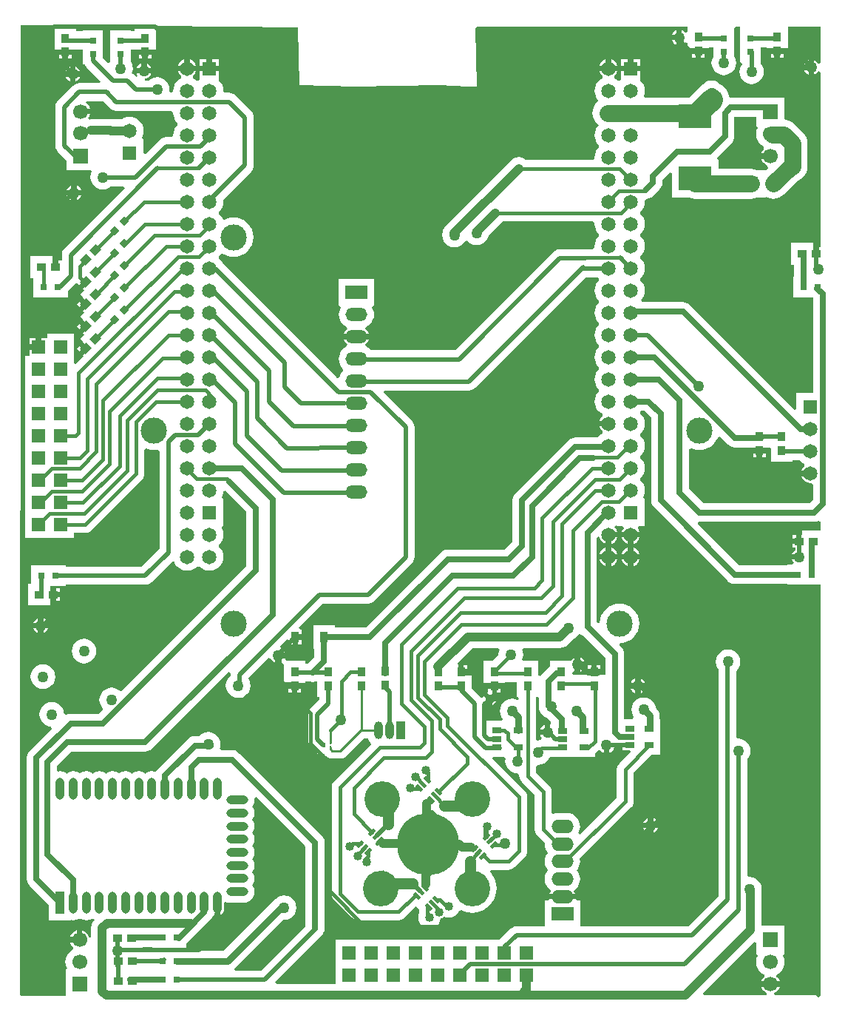
<source format=gtl>
%FSLAX25Y25*%
%MOIN*%
G70*
G01*
G75*
G04 Layer_Physical_Order=1*
G04 Layer_Color=255*
%ADD10R,0.03740X0.03937*%
%ADD11P,0.04454X4X90.0*%
G04:AMPARAMS|DCode=12|XSize=37.4mil|YSize=39.37mil|CornerRadius=0mil|HoleSize=0mil|Usage=FLASHONLY|Rotation=315.000|XOffset=0mil|YOffset=0mil|HoleType=Round|Shape=Rectangle|*
%AMROTATEDRECTD12*
4,1,4,-0.02714,-0.00070,0.00070,0.02714,0.02714,0.00070,-0.00070,-0.02714,-0.02714,-0.00070,0.0*
%
%ADD12ROTATEDRECTD12*%

%ADD13R,0.04200X0.02500*%
G04:AMPARAMS|DCode=14|XSize=106.3mil|YSize=62.99mil|CornerRadius=0mil|HoleSize=0mil|Usage=FLASHONLY|Rotation=225.000|XOffset=0mil|YOffset=0mil|HoleType=Round|Shape=Rectangle|*
%AMROTATEDRECTD14*
4,1,4,0.01531,0.05985,0.05985,0.01531,-0.01531,-0.05985,-0.05985,-0.01531,0.01531,0.05985,0.0*
%
%ADD14ROTATEDRECTD14*%

G04:AMPARAMS|DCode=15|XSize=106.3mil|YSize=62.99mil|CornerRadius=0mil|HoleSize=0mil|Usage=FLASHONLY|Rotation=315.000|XOffset=0mil|YOffset=0mil|HoleType=Round|Shape=Rectangle|*
%AMROTATEDRECTD15*
4,1,4,-0.05985,0.01531,-0.01531,0.05985,0.05985,-0.01531,0.01531,-0.05985,-0.05985,0.01531,0.0*
%
%ADD15ROTATEDRECTD15*%

G04:AMPARAMS|DCode=16|XSize=15.75mil|YSize=33.47mil|CornerRadius=0mil|HoleSize=0mil|Usage=FLASHONLY|Rotation=135.000|XOffset=0mil|YOffset=0mil|HoleType=Round|Shape=Rectangle|*
%AMROTATEDRECTD16*
4,1,4,0.01740,0.00626,-0.00626,-0.01740,-0.01740,-0.00626,0.00626,0.01740,0.01740,0.00626,0.0*
%
%ADD16ROTATEDRECTD16*%

G04:AMPARAMS|DCode=17|XSize=15.75mil|YSize=33.47mil|CornerRadius=0mil|HoleSize=0mil|Usage=FLASHONLY|Rotation=225.000|XOffset=0mil|YOffset=0mil|HoleType=Round|Shape=Rectangle|*
%AMROTATEDRECTD17*
4,1,4,-0.00626,0.01740,0.01740,-0.00626,0.00626,-0.01740,-0.01740,0.00626,-0.00626,0.01740,0.0*
%
%ADD17ROTATEDRECTD17*%

%ADD18R,0.04331X0.02559*%
%ADD19R,0.03150X0.03150*%
%ADD20O,0.03937X0.09843*%
%ADD21O,0.09843X0.03937*%
%ADD22R,0.03937X0.09843*%
%ADD23R,0.03150X0.03150*%
%ADD24R,0.03937X0.03740*%
%ADD25R,0.03602X0.04803*%
%ADD26R,0.15000X0.11000*%
%ADD27R,0.01024X0.00630*%
%ADD28R,0.01024X0.02008*%
%ADD29C,0.02000*%
%ADD30C,0.01500*%
%ADD31C,0.07500*%
%ADD32C,0.04000*%
%ADD33C,0.03000*%
%ADD34C,0.02500*%
%ADD35C,0.05000*%
%ADD36C,0.01000*%
%ADD37C,0.10000*%
%ADD38C,0.11800*%
%ADD39R,0.06496X0.06496*%
%ADD40C,0.06496*%
%ADD41O,0.10000X0.06000*%
%ADD42R,0.10000X0.06000*%
%ADD43R,0.06693X0.06693*%
%ADD44C,0.06693*%
%ADD45R,0.06496X0.06496*%
%ADD46C,0.28000*%
%ADD47R,0.04000X0.07874*%
%ADD48O,0.04000X0.07874*%
%ADD49O,0.03937X0.07874*%
%ADD50O,0.09843X0.06000*%
%ADD51R,0.09843X0.06000*%
%ADD52C,0.16000*%
%ADD53R,0.06000X0.06000*%
%ADD54R,0.06000X0.06000*%
%ADD55C,0.04000*%
%ADD56C,0.05000*%
G36*
X265561Y-119439D02*
X265634Y-119500D01*
Y-120500D01*
X265561Y-120561D01*
X264780Y-121512D01*
X264200Y-122597D01*
X263842Y-123775D01*
X263722Y-125000D01*
X263842Y-126225D01*
X264200Y-127403D01*
X264780Y-128488D01*
X265561Y-129439D01*
X265634Y-129500D01*
Y-130500D01*
X265561Y-130561D01*
X264780Y-131512D01*
X264200Y-132597D01*
X263842Y-133775D01*
X263722Y-135000D01*
X263842Y-136225D01*
X264200Y-137403D01*
X264780Y-138488D01*
X265561Y-139439D01*
X265634Y-139500D01*
Y-140500D01*
X265561Y-140561D01*
X264780Y-141512D01*
X264200Y-142597D01*
X263842Y-143775D01*
X263722Y-145000D01*
X263842Y-146225D01*
X264200Y-147403D01*
X264780Y-148488D01*
X265561Y-149439D01*
X265634Y-149500D01*
Y-150500D01*
X265561Y-150561D01*
X264780Y-151512D01*
X264200Y-152597D01*
X263842Y-153775D01*
X263722Y-155000D01*
X263842Y-156225D01*
X264200Y-157403D01*
X264780Y-158488D01*
X265561Y-159439D01*
X265634Y-159500D01*
Y-160500D01*
X265561Y-160561D01*
X264780Y-161512D01*
X264200Y-162597D01*
X263842Y-163775D01*
X263722Y-165000D01*
X263842Y-166225D01*
X264200Y-167403D01*
X264780Y-168488D01*
X265561Y-169439D01*
X265634Y-169500D01*
Y-170500D01*
X265561Y-170561D01*
X264780Y-171512D01*
X264200Y-172597D01*
X263842Y-173775D01*
X263722Y-175000D01*
X263842Y-176225D01*
X264200Y-177403D01*
X264780Y-178488D01*
X265561Y-179439D01*
X266512Y-180220D01*
X267313Y-180648D01*
X267383Y-181507D01*
X267325Y-181698D01*
X266970Y-181970D01*
X266289Y-182858D01*
X265920Y-183750D01*
X270000D01*
Y-186250D01*
X265920D01*
X266289Y-187142D01*
X266970Y-188030D01*
X267325Y-188302D01*
X267383Y-188493D01*
X267313Y-189352D01*
X266512Y-189780D01*
X265561Y-190561D01*
X265025Y-191213D01*
X255000D01*
X253890Y-191359D01*
X252857Y-191788D01*
X251969Y-192469D01*
X227969Y-216469D01*
X227288Y-217357D01*
X226859Y-218390D01*
X226713Y-219500D01*
Y-238224D01*
X223224Y-241713D01*
X197500D01*
X196390Y-241859D01*
X195357Y-242288D01*
X194469Y-242969D01*
X160630Y-276807D01*
X146465D01*
Y-275693D01*
X136862D01*
Y-286496D01*
X137377D01*
Y-290251D01*
X134510Y-293118D01*
X133370D01*
Y-291882D01*
X124861D01*
X124534Y-291631D01*
X124146Y-291050D01*
X124271Y-290750D01*
X122250D01*
Y-292771D01*
X122765Y-292557D01*
X123630Y-293684D01*
Y-301819D01*
X125630D01*
Y-301900D01*
X131370D01*
Y-301819D01*
X133370D01*
Y-301187D01*
X135473D01*
X135516Y-301205D01*
X136626Y-301351D01*
X137735Y-301205D01*
X137778Y-301187D01*
X138630D01*
Y-301819D01*
Y-308118D01*
X139465D01*
Y-309329D01*
X135647Y-313147D01*
X135006Y-313983D01*
X134603Y-314956D01*
X134466Y-316000D01*
X134466Y-316000D01*
Y-327121D01*
X134466Y-327121D01*
X134603Y-328165D01*
X135006Y-329138D01*
X135647Y-329974D01*
X138468Y-332794D01*
Y-333935D01*
X140998D01*
X141323Y-333978D01*
X141647Y-333935D01*
X141942D01*
X142056Y-334085D01*
X142665Y-334693D01*
X142795Y-334863D01*
X143526Y-335424D01*
X144378Y-335776D01*
X145291Y-335897D01*
X149095D01*
X150008Y-335776D01*
X150860Y-335424D01*
X151591Y-334863D01*
X159682Y-326771D01*
X161590D01*
X161980Y-327715D01*
X162777Y-328753D01*
X162833Y-329609D01*
X146326Y-346116D01*
X145724Y-346900D01*
X145346Y-347812D01*
X145218Y-348791D01*
Y-396764D01*
X145218Y-396764D01*
X145218D01*
X145346Y-397743D01*
X145724Y-398655D01*
X146326Y-399438D01*
X154437Y-407550D01*
X155221Y-408151D01*
X155866Y-408418D01*
X156133Y-408529D01*
X157112Y-408658D01*
X175325D01*
X176304Y-408529D01*
X177216Y-408151D01*
X177999Y-407550D01*
X183037Y-402512D01*
X184172Y-403647D01*
X184672Y-404147D01*
Y-405363D01*
X184318Y-406218D01*
X184146Y-407523D01*
X184318Y-408828D01*
X184822Y-410045D01*
X185623Y-411089D01*
X186668Y-411891D01*
X187884Y-412394D01*
X189189Y-412566D01*
X190495Y-412394D01*
X191711Y-411891D01*
X192755Y-411089D01*
X193557Y-410045D01*
X194061Y-408828D01*
X194169Y-408006D01*
X194343Y-407983D01*
X195073Y-407681D01*
X195700Y-407200D01*
X195840Y-407017D01*
X196695Y-407371D01*
X198000Y-407543D01*
X199305Y-407371D01*
X200522Y-406868D01*
X201566Y-406066D01*
X202367Y-405022D01*
X202549Y-404584D01*
X203473Y-404201D01*
X205065Y-404861D01*
X206749Y-405265D01*
X208475Y-405401D01*
X210201Y-405265D01*
X211885Y-404861D01*
X213485Y-404199D01*
X214961Y-403294D01*
X216277Y-402169D01*
X217402Y-400853D01*
X218307Y-399377D01*
X218969Y-397777D01*
X219373Y-396093D01*
X219509Y-394367D01*
X219373Y-392641D01*
X218969Y-390957D01*
X218307Y-389358D01*
X217402Y-387881D01*
X216616Y-386962D01*
X217035Y-386053D01*
X224796D01*
X225775Y-385925D01*
X226687Y-385547D01*
X227471Y-384946D01*
X227471Y-384946D01*
X227471Y-384946D01*
X232250Y-380166D01*
X232851Y-379383D01*
X233229Y-378471D01*
X233358Y-377492D01*
X233358Y-377492D01*
X233358Y-377492D01*
Y-377492D01*
Y-353208D01*
X233229Y-352229D01*
X232851Y-351317D01*
X232250Y-350534D01*
X217675Y-335958D01*
X218057Y-335034D01*
X221000D01*
X221112Y-335020D01*
X222955D01*
X223614Y-335772D01*
X223452Y-337000D01*
X223642Y-338436D01*
X224196Y-339774D01*
X225077Y-340923D01*
X226226Y-341804D01*
X227564Y-342358D01*
X229000Y-342547D01*
X229718Y-343177D01*
X229718Y-343177D01*
X229718Y-343656D01*
X229718Y-343656D01*
X229718D01*
X229847Y-344635D01*
X230224Y-345547D01*
X230825Y-346331D01*
X236741Y-352246D01*
Y-367818D01*
X236870Y-368797D01*
X237247Y-369709D01*
X237848Y-370493D01*
X241211Y-373855D01*
X241157Y-374405D01*
X241273Y-375581D01*
X241616Y-376712D01*
X242173Y-377754D01*
X242655Y-378342D01*
X242173Y-378929D01*
X241616Y-379972D01*
X241273Y-381103D01*
X241157Y-382279D01*
X241273Y-383455D01*
X241616Y-384586D01*
X242173Y-385629D01*
X242655Y-386216D01*
X242173Y-386803D01*
X241616Y-387846D01*
X241273Y-388977D01*
X241157Y-390153D01*
X241273Y-391329D01*
X241616Y-392460D01*
X242173Y-393502D01*
X242923Y-394416D01*
X243837Y-395166D01*
X243947Y-395677D01*
X243692Y-396010D01*
X243374Y-396777D01*
X254998D01*
X254680Y-396010D01*
X254425Y-395677D01*
X254536Y-395166D01*
X255449Y-394416D01*
X256199Y-393502D01*
X256756Y-392460D01*
X257099Y-391329D01*
X257215Y-390153D01*
X257099Y-388977D01*
X256756Y-387846D01*
X256199Y-386803D01*
X255717Y-386216D01*
X256199Y-385629D01*
X256756Y-384586D01*
X257099Y-383455D01*
X257215Y-382279D01*
X257099Y-381103D01*
X257048Y-380934D01*
X280211Y-357772D01*
X280812Y-356988D01*
X281190Y-356076D01*
X281190Y-356076D01*
X281190Y-356076D01*
X281319Y-355097D01*
Y-342245D01*
X289569Y-333995D01*
X293358D01*
Y-326595D01*
Y-318095D01*
X293084D01*
Y-316599D01*
X292930Y-315424D01*
X292476Y-314330D01*
X291755Y-313390D01*
X291236Y-312871D01*
X291179Y-312439D01*
X290625Y-311101D01*
X289744Y-309952D01*
X288595Y-309071D01*
X287257Y-308516D01*
X285821Y-308327D01*
X284385Y-308516D01*
X283047Y-309071D01*
X281898Y-309952D01*
X281017Y-311101D01*
X280463Y-312439D01*
X280274Y-313875D01*
X280463Y-315311D01*
X281017Y-316649D01*
X281438Y-317198D01*
X280996Y-318095D01*
X277125D01*
Y-288869D01*
X276979Y-287759D01*
X276551Y-286725D01*
X275870Y-285838D01*
X274894Y-284862D01*
X275231Y-283920D01*
X276745Y-283771D01*
X278422Y-283262D01*
X279969Y-282436D01*
X281324Y-281324D01*
X282436Y-279969D01*
X283262Y-278422D01*
X283771Y-276745D01*
X283943Y-275000D01*
X283771Y-273255D01*
X283262Y-271578D01*
X282436Y-270031D01*
X281324Y-268676D01*
X279969Y-267564D01*
X278422Y-266738D01*
X276745Y-266229D01*
X275000Y-266057D01*
X273255Y-266229D01*
X271578Y-266738D01*
X270031Y-267564D01*
X268676Y-268676D01*
X267564Y-270031D01*
X266738Y-271578D01*
X266229Y-273255D01*
X266080Y-274769D01*
X265604Y-274939D01*
X264787Y-274363D01*
Y-245591D01*
X264787Y-245591D01*
Y-244409D01*
X264787Y-244409D01*
Y-236485D01*
X265599Y-235902D01*
X265845Y-235986D01*
X265861Y-236109D01*
X266289Y-237142D01*
X266970Y-238030D01*
X267858Y-238711D01*
X268750Y-239080D01*
Y-235000D01*
X270000D01*
Y-233750D01*
X274080D01*
X273711Y-232858D01*
X273030Y-231970D01*
X272675Y-231698D01*
X272617Y-231507D01*
X272628Y-231368D01*
X273518Y-230911D01*
X273752Y-231052D01*
Y-231248D01*
X276394D01*
X276836Y-232145D01*
X276289Y-232858D01*
X275920Y-233750D01*
X284080D01*
X283711Y-232858D01*
X283164Y-232145D01*
X283606Y-231248D01*
X286248D01*
Y-218752D01*
X286052D01*
X285538Y-217894D01*
X285800Y-217403D01*
X286158Y-216225D01*
X286278Y-215000D01*
X286158Y-213775D01*
X285800Y-212597D01*
X285220Y-211512D01*
X284439Y-210561D01*
X284366Y-210500D01*
Y-209500D01*
X284439Y-209439D01*
X285220Y-208488D01*
X285800Y-207403D01*
X286158Y-206225D01*
X286278Y-205000D01*
X286158Y-203775D01*
X285800Y-202597D01*
X285220Y-201512D01*
X284439Y-200561D01*
X284366Y-200500D01*
Y-199500D01*
X284439Y-199439D01*
X285220Y-198488D01*
X285800Y-197403D01*
X286158Y-196225D01*
X286278Y-195000D01*
X286158Y-193775D01*
X285800Y-192597D01*
X285220Y-191512D01*
X284439Y-190561D01*
X284366Y-190500D01*
Y-189500D01*
X284439Y-189439D01*
X285220Y-188488D01*
X285800Y-187403D01*
X286158Y-186225D01*
X286278Y-185000D01*
X286158Y-183775D01*
X285800Y-182597D01*
X285220Y-181512D01*
X284439Y-180561D01*
X284366Y-180500D01*
Y-179500D01*
X284439Y-179439D01*
X284565Y-179287D01*
X286224D01*
X289213Y-182276D01*
Y-219500D01*
X289213Y-219500D01*
X289213D01*
X289359Y-220609D01*
X289788Y-221643D01*
X290469Y-222531D01*
X323969Y-256031D01*
X324354Y-256327D01*
X324857Y-256712D01*
X325890Y-257141D01*
X327000Y-257287D01*
X350776D01*
Y-257575D01*
X365500D01*
Y-442500D01*
X364500Y-443500D01*
X363500Y-442500D01*
X344805Y-442518D01*
X344610Y-441538D01*
X345192Y-441297D01*
X346100Y-440600D01*
X346797Y-439692D01*
X347187Y-438750D01*
X338813D01*
X339203Y-439692D01*
X339900Y-440600D01*
X340808Y-441297D01*
X341398Y-441541D01*
X341204Y-442522D01*
X312970Y-442550D01*
X312587Y-441626D01*
X335730Y-418484D01*
X336653Y-418866D01*
Y-423846D01*
X336784D01*
X337298Y-424704D01*
X337108Y-425060D01*
X336745Y-426256D01*
X336623Y-427500D01*
X336745Y-428744D01*
X337108Y-429940D01*
X337698Y-431043D01*
X338491Y-432009D01*
X339457Y-432802D01*
X340132Y-433163D01*
X340213Y-434160D01*
X339900Y-434400D01*
X339203Y-435308D01*
X338813Y-436250D01*
X347187D01*
X346797Y-435308D01*
X346100Y-434400D01*
X345787Y-434160D01*
X345868Y-433163D01*
X346543Y-432802D01*
X347509Y-432009D01*
X348302Y-431043D01*
X348892Y-429940D01*
X349255Y-428744D01*
X349377Y-427500D01*
X349255Y-426256D01*
X348892Y-425060D01*
X348702Y-424704D01*
X349216Y-423846D01*
X349346D01*
Y-411154D01*
X338910D01*
Y-395732D01*
X339041Y-394737D01*
X338852Y-393301D01*
X338298Y-391963D01*
X337417Y-390814D01*
X336268Y-389933D01*
X334930Y-389378D01*
X333494Y-389189D01*
X333286Y-389217D01*
X332535Y-388557D01*
Y-336277D01*
X333304Y-335274D01*
X333858Y-333936D01*
X334048Y-332500D01*
X333858Y-331064D01*
X333304Y-329726D01*
X332423Y-328577D01*
X331274Y-327696D01*
X329936Y-327142D01*
X328500Y-326953D01*
X328286Y-326981D01*
X327535Y-326321D01*
Y-296405D01*
X327804Y-296198D01*
X328686Y-295049D01*
X329240Y-293711D01*
X329429Y-292275D01*
X329240Y-290839D01*
X328686Y-289501D01*
X327804Y-288352D01*
X326656Y-287471D01*
X325318Y-286917D01*
X323882Y-286728D01*
X322446Y-286917D01*
X321108Y-287471D01*
X319959Y-288352D01*
X319077Y-289501D01*
X318523Y-290839D01*
X318334Y-292275D01*
X318523Y-293711D01*
X319077Y-295049D01*
X319465Y-295554D01*
Y-397829D01*
X305829Y-411466D01*
X257186D01*
Y-399901D01*
X255638D01*
X255221Y-399277D01*
X243152D01*
X242735Y-399901D01*
X241186D01*
Y-411466D01*
X228500D01*
X228500Y-411466D01*
X227456Y-411603D01*
X226483Y-412006D01*
X225647Y-412647D01*
X220730Y-417565D01*
X147038D01*
Y-429565D01*
Y-437457D01*
X120147D01*
X119764Y-436533D01*
X140625Y-415672D01*
X141266Y-414837D01*
X141346Y-414645D01*
X141369Y-414615D01*
X141797Y-413581D01*
X141943Y-412472D01*
Y-373668D01*
X141943Y-373668D01*
X141943Y-373668D01*
Y-373668D01*
X141943D01*
X141943Y-373668D01*
X141797Y-372559D01*
X141369Y-371525D01*
X140688Y-370637D01*
X103424Y-333374D01*
X102536Y-332693D01*
X101502Y-332264D01*
X100393Y-332118D01*
X95269D01*
X94713Y-331287D01*
X94858Y-330936D01*
X95047Y-329500D01*
X94858Y-328064D01*
X94304Y-326726D01*
X93423Y-325577D01*
X92274Y-324696D01*
X90936Y-324142D01*
X89500Y-323953D01*
X88064Y-324142D01*
X86726Y-324696D01*
X85577Y-325577D01*
X85473Y-325713D01*
X83500D01*
X82390Y-325859D01*
X81357Y-326288D01*
X80469Y-326969D01*
X66957Y-340481D01*
X66276Y-341368D01*
X66240Y-341455D01*
X65380Y-341811D01*
X64083Y-341640D01*
X62786Y-341811D01*
X61577Y-342312D01*
X61130Y-342655D01*
X60683Y-342312D01*
X59474Y-341811D01*
X58177Y-341640D01*
X56880Y-341811D01*
X55672Y-342312D01*
X55225Y-342655D01*
X54777Y-342312D01*
X53569Y-341811D01*
X52272Y-341640D01*
X50975Y-341811D01*
X49766Y-342312D01*
X49319Y-342655D01*
X48872Y-342312D01*
X47663Y-341811D01*
X46366Y-341640D01*
X45069Y-341811D01*
X43861Y-342312D01*
X43413Y-342655D01*
X42966Y-342312D01*
X41758Y-341811D01*
X40461Y-341640D01*
X39164Y-341811D01*
X37955Y-342312D01*
X37508Y-342655D01*
X37061Y-342312D01*
X35852Y-341811D01*
X34555Y-341640D01*
X33258Y-341811D01*
X32050Y-342312D01*
X31602Y-342655D01*
X31155Y-342312D01*
X29947Y-341811D01*
X28650Y-341640D01*
X27353Y-341811D01*
X26144Y-342312D01*
X25697Y-342655D01*
X25250Y-342312D01*
X24041Y-341811D01*
X22744Y-341640D01*
X22087Y-341727D01*
X21335Y-341068D01*
Y-339227D01*
X27776Y-332787D01*
X61000D01*
X62110Y-332641D01*
X63143Y-332212D01*
X64031Y-331531D01*
X98654Y-296908D01*
X99551Y-297350D01*
X99466Y-298000D01*
X99466Y-298000D01*
Y-298780D01*
X99077Y-299077D01*
X98196Y-300226D01*
X97642Y-301564D01*
X97452Y-303000D01*
X97642Y-304436D01*
X98196Y-305774D01*
X99077Y-306923D01*
X100226Y-307804D01*
X101564Y-308358D01*
X103000Y-308547D01*
X103299Y-308508D01*
X103500Y-308535D01*
X104544Y-308397D01*
X105517Y-307994D01*
X105754Y-307812D01*
X105774Y-307804D01*
X106923Y-306923D01*
X107804Y-305774D01*
X108358Y-304436D01*
X108547Y-303000D01*
X108358Y-301564D01*
X107804Y-300226D01*
X107535Y-299875D01*
Y-299671D01*
X116720Y-290486D01*
X117701Y-290681D01*
X117943Y-291265D01*
X118504Y-291996D01*
X119235Y-292557D01*
X119750Y-292771D01*
Y-289500D01*
X121000D01*
Y-288250D01*
X124271D01*
X124057Y-287735D01*
X123496Y-287004D01*
X122765Y-286443D01*
X122181Y-286201D01*
X121986Y-285220D01*
X125045Y-282161D01*
X125968Y-282544D01*
Y-284496D01*
X127520D01*
Y-281094D01*
X128770D01*
Y-279844D01*
X131571D01*
Y-277693D01*
X130820D01*
X130437Y-276769D01*
X141171Y-266035D01*
X161500D01*
X161500Y-266035D01*
X162544Y-265897D01*
X163517Y-265494D01*
X164353Y-264853D01*
X181353Y-247853D01*
X181994Y-247017D01*
X182397Y-246044D01*
X182535Y-245000D01*
Y-186500D01*
X182535Y-186500D01*
X182535Y-186500D01*
Y-186500D01*
X182535D01*
X182535Y-186500D01*
X182397Y-185456D01*
X181994Y-184483D01*
X181716Y-184120D01*
X181353Y-183647D01*
X181353Y-183647D01*
X168664Y-170958D01*
X169047Y-170035D01*
X207000D01*
X207000Y-170035D01*
X208044Y-169897D01*
X209017Y-169494D01*
X209853Y-168853D01*
X259671Y-119035D01*
X265228D01*
X265561Y-119439D01*
D02*
G37*
G36*
X323969Y-194531D02*
X324857Y-195212D01*
X325890Y-195641D01*
X327000Y-195787D01*
X333130D01*
Y-195819D01*
X335130D01*
Y-195900D01*
X340870D01*
Y-195819D01*
X342870D01*
D01*
X342870D01*
X343130Y-196079D01*
Y-202118D01*
X352870D01*
Y-201535D01*
X356228D01*
X356561Y-201939D01*
X357512Y-202720D01*
X358313Y-203148D01*
X358383Y-204007D01*
X358325Y-204198D01*
X357970Y-204470D01*
X357289Y-205358D01*
X356920Y-206250D01*
X361000D01*
Y-208750D01*
X356920D01*
X357289Y-209642D01*
X357970Y-210530D01*
X358858Y-211211D01*
X359891Y-211639D01*
X361000Y-211785D01*
X361461Y-211724D01*
X362213Y-212383D01*
Y-219224D01*
X360724Y-220713D01*
X312776D01*
X306287Y-214224D01*
Y-196545D01*
X307144Y-196031D01*
X307578Y-196262D01*
X309255Y-196771D01*
X311000Y-196943D01*
X312745Y-196771D01*
X314422Y-196262D01*
X315968Y-195436D01*
X317324Y-194324D01*
X318436Y-192968D01*
X319262Y-191422D01*
X319352Y-191127D01*
X320322Y-190884D01*
X323969Y-194531D01*
D02*
G37*
G36*
X336653Y-50846D02*
X336784D01*
X337298Y-51704D01*
X337108Y-52060D01*
X336745Y-53256D01*
X336623Y-54500D01*
X336745Y-55744D01*
X337108Y-56940D01*
X337698Y-58043D01*
X338491Y-59009D01*
X339031Y-59453D01*
X339072Y-59503D01*
X340045Y-60302D01*
X340029Y-61301D01*
X339900Y-61400D01*
X339203Y-62308D01*
X338813Y-63250D01*
X343000D01*
Y-65750D01*
X338813D01*
X339203Y-66692D01*
X339900Y-67600D01*
X340808Y-68297D01*
X341775Y-68697D01*
X341970Y-69678D01*
X340804Y-70843D01*
X340516Y-70723D01*
Y-70723D01*
X340516Y-70723D01*
X336898D01*
X336864Y-70705D01*
X335591Y-70319D01*
X334268Y-70189D01*
X319616D01*
Y-66104D01*
X319264D01*
X318882Y-65180D01*
X325531Y-58531D01*
X325827Y-58146D01*
X326212Y-57643D01*
X326641Y-56609D01*
X326787Y-55500D01*
Y-46787D01*
X336653D01*
Y-50846D01*
D02*
G37*
G36*
X20130Y-5480D02*
Y-6382D01*
X20130D01*
Y-16319D01*
X22130D01*
Y-16400D01*
X27870D01*
Y-16385D01*
X32925D01*
Y-16925D01*
Y-23224D01*
X33885D01*
X34006Y-23517D01*
X34647Y-24353D01*
X40976Y-30682D01*
X40593Y-31606D01*
X36087D01*
X36081Y-31603D01*
X35037Y-31466D01*
X33993Y-31603D01*
X33986Y-31606D01*
X31319D01*
X30275Y-31743D01*
X29302Y-32146D01*
X28939Y-32425D01*
X28466Y-32787D01*
X28466Y-32787D01*
X21777Y-39476D01*
X21136Y-40312D01*
X20733Y-41285D01*
X20596Y-42329D01*
X20596Y-42329D01*
Y-59715D01*
X20596Y-59715D01*
X20733Y-60759D01*
X21136Y-61732D01*
X21777Y-62568D01*
X25758Y-66548D01*
Y-70665D01*
X36528D01*
X37084Y-71496D01*
X36642Y-72564D01*
X36452Y-74000D01*
X36642Y-75436D01*
X37196Y-76774D01*
X38077Y-77923D01*
X39226Y-78804D01*
X40564Y-79358D01*
X42000Y-79548D01*
X43436Y-79358D01*
X44774Y-78804D01*
X45777Y-78035D01*
X51453D01*
X51836Y-78958D01*
X24647Y-106147D01*
X24006Y-106983D01*
X23603Y-107956D01*
X23465Y-109000D01*
X23465Y-109000D01*
Y-111630D01*
X21900D01*
Y-114500D01*
X19400D01*
Y-111630D01*
X19319D01*
Y-109630D01*
X9382D01*
Y-119370D01*
X10776D01*
Y-128075D01*
X26224D01*
Y-125481D01*
X29777Y-121929D01*
X30777D01*
X31290Y-122442D01*
X33389Y-120343D01*
X35157Y-122111D01*
X33058Y-124210D01*
X33730Y-124882D01*
X31770Y-126842D01*
X33184Y-128257D01*
X33127Y-128314D01*
X35157Y-130343D01*
X34273Y-131227D01*
X35157Y-132111D01*
X33058Y-134210D01*
X33730Y-134882D01*
X31770Y-136843D01*
X33184Y-138257D01*
X33127Y-138314D01*
X35157Y-140343D01*
X34273Y-141227D01*
X35157Y-142111D01*
X33058Y-144210D01*
X33730Y-144883D01*
X31770Y-146843D01*
X33184Y-148257D01*
X33127Y-148314D01*
X35157Y-150343D01*
X34273Y-151227D01*
X35157Y-152111D01*
X33058Y-154210D01*
X33388Y-154540D01*
X29813Y-158115D01*
X28889Y-157733D01*
Y-156428D01*
Y-144428D01*
X16889D01*
Y-146428D01*
X14139D01*
Y-150428D01*
X12889D01*
Y-151678D01*
X8889D01*
Y-154428D01*
X6889D01*
Y-166428D01*
Y-176428D01*
Y-186428D01*
Y-196428D01*
Y-206428D01*
Y-216428D01*
Y-226428D01*
Y-236428D01*
X28889D01*
Y-234210D01*
X34072D01*
X35051Y-234082D01*
X35963Y-233704D01*
X36746Y-233102D01*
X59675Y-210174D01*
X60276Y-209391D01*
X60654Y-208479D01*
X60782Y-207500D01*
Y-196860D01*
X61586Y-196265D01*
X63255Y-196771D01*
X65000Y-196943D01*
X66724Y-196773D01*
X67466Y-197445D01*
Y-241329D01*
X59329Y-249465D01*
X25224D01*
Y-248925D01*
X9776D01*
Y-257130D01*
X8382D01*
Y-266870D01*
X18319D01*
Y-264870D01*
X18400D01*
Y-262000D01*
Y-259130D01*
X18385D01*
Y-258075D01*
X25224D01*
Y-257535D01*
X61000D01*
X61000Y-257535D01*
X62044Y-257397D01*
X63017Y-256994D01*
X63853Y-256353D01*
X73187Y-247019D01*
X74157Y-247262D01*
X74200Y-247403D01*
X74780Y-248488D01*
X75561Y-249439D01*
X76512Y-250220D01*
X77597Y-250800D01*
X78775Y-251158D01*
X80000Y-251278D01*
X81225Y-251158D01*
X82403Y-250800D01*
X83488Y-250220D01*
X84439Y-249439D01*
X84500Y-249366D01*
X85500D01*
X85561Y-249439D01*
X86512Y-250220D01*
X87597Y-250800D01*
X88775Y-251158D01*
X90000Y-251278D01*
X91225Y-251158D01*
X92403Y-250800D01*
X93488Y-250220D01*
X94439Y-249439D01*
X95220Y-248488D01*
X95800Y-247403D01*
X96158Y-246225D01*
X96278Y-245000D01*
X96158Y-243775D01*
X95800Y-242597D01*
X95220Y-241512D01*
X94439Y-240561D01*
X94366Y-240500D01*
Y-239500D01*
X94439Y-239439D01*
X95220Y-238488D01*
X95800Y-237403D01*
X96158Y-236225D01*
X96278Y-235000D01*
X96158Y-233775D01*
X95800Y-232597D01*
X95538Y-232106D01*
X96052Y-231248D01*
X96248D01*
Y-218752D01*
X96052D01*
X95538Y-217894D01*
X95800Y-217403D01*
X96158Y-216225D01*
X96223Y-215564D01*
X97164Y-215227D01*
X106713Y-224776D01*
Y-249224D01*
X62219Y-293719D01*
X62110Y-293860D01*
X61969Y-293969D01*
X50333Y-305604D01*
X49923Y-305577D01*
X48774Y-304696D01*
X47436Y-304142D01*
X46000Y-303953D01*
X44564Y-304142D01*
X43226Y-304696D01*
X42077Y-305577D01*
X41196Y-306726D01*
X40642Y-308064D01*
X40453Y-309500D01*
X40642Y-310936D01*
X41196Y-312274D01*
X42077Y-313423D01*
X42104Y-313833D01*
X40224Y-315713D01*
X27500D01*
X26390Y-315859D01*
X25384Y-316276D01*
X25319Y-316239D01*
X24426Y-315074D01*
X24358Y-314564D01*
X23804Y-313226D01*
X22923Y-312077D01*
X21774Y-311196D01*
X20436Y-310642D01*
X19000Y-310453D01*
X17564Y-310642D01*
X16226Y-311196D01*
X15077Y-312077D01*
X14196Y-313226D01*
X13642Y-314564D01*
X13453Y-316000D01*
X13642Y-317436D01*
X14196Y-318774D01*
X15077Y-319923D01*
X16226Y-320804D01*
X17564Y-321358D01*
X18666Y-321503D01*
X18987Y-322450D01*
X8992Y-332446D01*
X8311Y-333333D01*
X7883Y-334367D01*
X7737Y-335477D01*
Y-390065D01*
X7737Y-390065D01*
X7737D01*
X7883Y-391174D01*
X8311Y-392208D01*
X8992Y-393096D01*
X17776Y-401879D01*
Y-408707D01*
X27713D01*
Y-408707D01*
X27793Y-408637D01*
X28650Y-408750D01*
X29947Y-408579D01*
X31155Y-408078D01*
X31602Y-407735D01*
X32050Y-408078D01*
X33258Y-408579D01*
X34555Y-408750D01*
X35852Y-408579D01*
X37061Y-408078D01*
X37085Y-408060D01*
X38058Y-408291D01*
X38042Y-408260D01*
X38226Y-408641D01*
X38226Y-408641D01*
X38226D01*
X37425Y-409686D01*
X36921Y-410902D01*
X36749Y-412208D01*
Y-416428D01*
X35752Y-416494D01*
X35735Y-416365D01*
X35297Y-415308D01*
X34600Y-414400D01*
X33692Y-413703D01*
X32750Y-413313D01*
Y-417500D01*
X31500D01*
Y-418750D01*
X27313D01*
X27703Y-419692D01*
X28400Y-420600D01*
X28713Y-420840D01*
X28632Y-421837D01*
X27957Y-422198D01*
X26991Y-422991D01*
X26198Y-423957D01*
X25608Y-425060D01*
X25245Y-426256D01*
X25123Y-427500D01*
X25245Y-428744D01*
X25608Y-429940D01*
X25798Y-430296D01*
X25284Y-431153D01*
X25154D01*
Y-442834D01*
X5414Y-442853D01*
X4707Y-442146D01*
X4961Y-9426D01*
X5070Y-5341D01*
X20130Y-5480D01*
D02*
G37*
G36*
X45253Y-42853D02*
X46089Y-43494D01*
X47062Y-43897D01*
X48106Y-44034D01*
X48106Y-44034D01*
X73072D01*
X73744Y-44776D01*
X73722Y-45000D01*
X73842Y-46225D01*
X74200Y-47403D01*
X74780Y-48488D01*
X75561Y-49439D01*
X75634Y-49500D01*
Y-50500D01*
X75561Y-50561D01*
X74780Y-51512D01*
X74200Y-52597D01*
X73842Y-53775D01*
X73722Y-55000D01*
X73744Y-55225D01*
X73072Y-55966D01*
X70500D01*
X70500Y-55966D01*
X69456Y-56103D01*
X68483Y-56506D01*
X67647Y-57147D01*
X61172Y-63622D01*
X60248Y-63240D01*
Y-56752D01*
X60052D01*
X59538Y-55894D01*
X59800Y-55403D01*
X60158Y-54225D01*
X60278Y-53000D01*
X60158Y-51775D01*
X59800Y-50597D01*
X59220Y-49512D01*
X58439Y-48561D01*
X57488Y-47780D01*
X56403Y-47200D01*
X55225Y-46842D01*
X54000Y-46722D01*
X52775Y-46842D01*
X51597Y-47200D01*
X50512Y-47780D01*
X50296Y-47957D01*
X45850D01*
X45447Y-47904D01*
X36593D01*
X35929Y-47991D01*
X35429Y-47125D01*
X35901Y-46510D01*
X36291Y-45568D01*
X32104D01*
Y-43069D01*
X36291D01*
X35901Y-42127D01*
X35204Y-41219D01*
X34426Y-40622D01*
X34747Y-39675D01*
X42075D01*
X45253Y-42853D01*
D02*
G37*
G36*
X365500Y-229135D02*
Y-233130D01*
X357181D01*
Y-235130D01*
X357100D01*
Y-238000D01*
X355850D01*
Y-239250D01*
X352882D01*
Y-240870D01*
X354262D01*
X354457Y-241851D01*
X354235Y-241943D01*
X353504Y-242504D01*
X352943Y-243235D01*
X352729Y-243750D01*
X356000D01*
Y-246250D01*
X352729D01*
X352943Y-246765D01*
X353504Y-247496D01*
X352791Y-248425D01*
X350776D01*
Y-248713D01*
X328776D01*
X310198Y-230136D01*
X310641Y-229239D01*
X311000Y-229287D01*
X362500D01*
X363610Y-229141D01*
X364643Y-228712D01*
X365500Y-229135D01*
D02*
G37*
G36*
X270345Y-333222D02*
X270860Y-333008D01*
X271591Y-332447D01*
X272152Y-331716D01*
X272505Y-330865D01*
X272548Y-330537D01*
X273414Y-330037D01*
X273771Y-330185D01*
X273771Y-330185D01*
X273771Y-330185D01*
D01*
X273771Y-330185D01*
X273771Y-330185D01*
X274458Y-330276D01*
Y-330295D01*
X274602D01*
X274881Y-330331D01*
X276458D01*
Y-331995D01*
X279565D01*
X279947Y-332919D01*
X274862Y-338004D01*
X274261Y-338787D01*
X273883Y-339700D01*
X273754Y-340679D01*
Y-353530D01*
X257225Y-370059D01*
X256422Y-369463D01*
X256756Y-368838D01*
X257099Y-367707D01*
X257215Y-366531D01*
X257099Y-365355D01*
X256756Y-364224D01*
X256199Y-363181D01*
X255449Y-362268D01*
X254536Y-361518D01*
X253493Y-360961D01*
X252362Y-360618D01*
X251186Y-360502D01*
X247186D01*
X246010Y-360618D01*
X245109Y-360891D01*
X244305Y-360296D01*
Y-350679D01*
X244177Y-349700D01*
X243799Y-348788D01*
X243198Y-348005D01*
X237282Y-342089D01*
Y-339462D01*
X238034Y-338803D01*
X238230Y-338829D01*
X239666Y-338640D01*
X241004Y-338086D01*
X242153Y-337204D01*
X243035Y-336055D01*
X243462Y-335023D01*
X244232D01*
Y-335133D01*
X264012D01*
Y-333337D01*
X265326Y-332024D01*
X266323Y-332089D01*
X266599Y-332447D01*
X267330Y-333008D01*
X267845Y-333222D01*
Y-329951D01*
X270345D01*
Y-333222D01*
D02*
G37*
G36*
X133370Y-375444D02*
Y-411516D01*
X113420Y-431465D01*
X101572D01*
X101251Y-430518D01*
X101654Y-430209D01*
X123291Y-408572D01*
X123750Y-408632D01*
X125186Y-408443D01*
X126524Y-407889D01*
X127673Y-407008D01*
X128554Y-405859D01*
X129108Y-404521D01*
X129297Y-403085D01*
X129108Y-401649D01*
X128554Y-400311D01*
X127673Y-399162D01*
X126524Y-398281D01*
X125186Y-397726D01*
X123750Y-397537D01*
X122314Y-397726D01*
X120976Y-398281D01*
X119827Y-399162D01*
X119709Y-399316D01*
X96564Y-422461D01*
X79724D01*
Y-422425D01*
X64276D01*
Y-422965D01*
X60118D01*
Y-422130D01*
X59980D01*
Y-421751D01*
X59980D01*
X59980Y-420793D01*
X64344D01*
Y-421081D01*
X79792D01*
Y-419281D01*
X90736Y-408338D01*
X91032Y-407952D01*
X91417Y-407450D01*
X91644Y-406902D01*
X92360Y-406606D01*
Y-405483D01*
X92546Y-405035D01*
X92716Y-403738D01*
Y-400786D01*
X94860D01*
Y-406434D01*
X95107Y-406331D01*
X95727Y-405856D01*
X96203Y-405235D01*
X96502Y-404513D01*
X96604Y-403738D01*
Y-400936D01*
X97436Y-400381D01*
X98219Y-400705D01*
X99516Y-400876D01*
X105421D01*
X106718Y-400705D01*
X107927Y-400204D01*
X108965Y-399408D01*
X109761Y-398370D01*
X110262Y-397161D01*
X110433Y-395864D01*
X110262Y-394567D01*
X109761Y-393359D01*
X109418Y-392912D01*
X109761Y-392464D01*
X110262Y-391256D01*
X110433Y-389959D01*
X110262Y-388662D01*
X109761Y-387453D01*
X109418Y-387006D01*
X109761Y-386559D01*
X110262Y-385350D01*
X110433Y-384053D01*
X110262Y-382756D01*
X109761Y-381548D01*
X109418Y-381101D01*
X109761Y-380654D01*
X110262Y-379445D01*
X110433Y-378148D01*
X110262Y-376851D01*
X109761Y-375642D01*
X109418Y-375195D01*
X109761Y-374748D01*
X110262Y-373539D01*
X110433Y-372242D01*
X110262Y-370945D01*
X109761Y-369737D01*
X109418Y-369290D01*
X109761Y-368843D01*
X110262Y-367634D01*
X110433Y-366337D01*
X110262Y-365040D01*
X109761Y-363831D01*
X109418Y-363384D01*
X109761Y-362937D01*
X110262Y-361728D01*
X110433Y-360431D01*
X110262Y-359134D01*
X109761Y-357926D01*
X109418Y-357478D01*
X109761Y-357031D01*
X110262Y-355823D01*
X110433Y-354526D01*
X110330Y-353743D01*
X111226Y-353301D01*
X133370Y-375444D01*
D02*
G37*
G36*
X238370Y-308118D02*
X238370D01*
X238713Y-308461D01*
Y-311534D01*
X238599Y-312404D01*
X238788Y-313839D01*
X239342Y-315177D01*
X240224Y-316326D01*
X241373Y-317208D01*
X242692Y-317755D01*
X244124Y-319186D01*
X244026Y-320181D01*
X243750Y-320365D01*
Y-324000D01*
X242500D01*
Y-325250D01*
X239229D01*
X239443Y-325765D01*
X240004Y-326496D01*
X240006Y-326498D01*
X239748Y-327464D01*
X238817Y-327587D01*
X238406Y-327757D01*
X238230Y-327734D01*
X238034Y-327760D01*
X237282Y-327100D01*
Y-308118D01*
X238370D01*
D01*
D02*
G37*
G36*
X258302Y-280394D02*
X268552Y-290644D01*
Y-298181D01*
X268370D01*
Y-298181D01*
X266370D01*
Y-298100D01*
X260630D01*
Y-298181D01*
X258630D01*
Y-298218D01*
X254091D01*
X253649Y-297321D01*
X254214Y-296585D01*
X254247Y-296562D01*
X254750Y-296771D01*
Y-293500D01*
Y-290229D01*
X254235Y-290443D01*
X253504Y-291004D01*
X252943Y-291735D01*
X252929Y-291768D01*
X243676D01*
Y-294316D01*
X243445Y-294492D01*
X239969Y-297969D01*
X239317Y-298818D01*
X238642Y-298589D01*
X238370Y-298477D01*
Y-291882D01*
X231659D01*
X231104Y-291050D01*
X231358Y-290436D01*
X231547Y-289000D01*
X231358Y-287564D01*
X231073Y-286875D01*
X231628Y-286043D01*
X248000D01*
X249305Y-285871D01*
X250522Y-285367D01*
X251566Y-284566D01*
X254013Y-282119D01*
X254774Y-281804D01*
X255923Y-280923D01*
X256723Y-279879D01*
X257013Y-279860D01*
X258302Y-280394D01*
D02*
G37*
G36*
X220927Y-286875D02*
X220642Y-287564D01*
X220452Y-289000D01*
X220476Y-289175D01*
X217769Y-291882D01*
X213630D01*
Y-301819D01*
X215630D01*
Y-301900D01*
X221370D01*
Y-301819D01*
X223370D01*
Y-301420D01*
X228630D01*
Y-301819D01*
Y-308118D01*
X229285D01*
X229575Y-309075D01*
X228886Y-309535D01*
X227936Y-309142D01*
X226500Y-308952D01*
X225064Y-309142D01*
X223726Y-309696D01*
X222577Y-310577D01*
X221696Y-311726D01*
X221142Y-313064D01*
X220953Y-314500D01*
X221142Y-315936D01*
X221696Y-317274D01*
X222317Y-318083D01*
X221875Y-318980D01*
X214610D01*
Y-324098D01*
X214366Y-324199D01*
X213534Y-323644D01*
Y-311773D01*
X214034Y-311390D01*
X214431Y-311194D01*
X214987Y-311620D01*
X215250Y-311729D01*
Y-309000D01*
X216500D01*
Y-307750D01*
X219229D01*
X219121Y-307487D01*
X218758Y-307015D01*
X219185Y-306150D01*
X219209Y-306118D01*
X221370D01*
Y-304400D01*
X215630D01*
Y-306113D01*
X214987Y-306380D01*
X214360Y-306860D01*
X213879Y-307487D01*
X213577Y-308217D01*
X213576Y-308224D01*
X212610Y-308483D01*
X212353Y-308147D01*
X208370Y-304164D01*
Y-298181D01*
X206370D01*
Y-298100D01*
X203500D01*
Y-296850D01*
X202250D01*
Y-293816D01*
X201894Y-292958D01*
X208809Y-286043D01*
X220372D01*
X220927Y-286875D01*
D02*
G37*
G36*
X56130Y-5815D02*
Y-6382D01*
X56130D01*
Y-8316D01*
X54575D01*
Y-7776D01*
X45425D01*
Y-16925D01*
Y-21927D01*
X45196Y-22226D01*
X45170Y-22288D01*
X44189Y-22483D01*
X42075Y-20369D01*
Y-16925D01*
Y-7776D01*
X32925D01*
Y-8316D01*
X29870D01*
Y-6382D01*
X29870D01*
X29871Y-6278D01*
X30585Y-5578D01*
X56130Y-5815D01*
D02*
G37*
G36*
X130000Y-6500D02*
X130500Y-32500D01*
X155500Y-33000D01*
X194000Y-32500D01*
X206500Y-33000D01*
X210500D01*
X210013Y-6714D01*
X210714Y-6000D01*
X305630D01*
Y-8592D01*
X304683Y-8913D01*
X304368Y-8503D01*
X303637Y-7942D01*
X303122Y-7729D01*
Y-10999D01*
Y-14270D01*
X303637Y-14056D01*
X304368Y-13495D01*
X304683Y-13085D01*
X305630Y-13406D01*
Y-15819D01*
X307630D01*
Y-15900D01*
X313370D01*
Y-15819D01*
X315370D01*
Y-15385D01*
X317425D01*
Y-15925D01*
Y-19427D01*
X317196Y-19726D01*
X316642Y-21064D01*
X316453Y-22500D01*
X316642Y-23936D01*
X317196Y-25274D01*
X318077Y-26423D01*
X319226Y-27304D01*
X320564Y-27858D01*
X322000Y-28047D01*
X323436Y-27858D01*
X324774Y-27304D01*
X325923Y-26423D01*
X326804Y-25274D01*
X327358Y-23936D01*
X327548Y-22500D01*
X327358Y-21064D01*
X326804Y-19726D01*
X326575Y-19427D01*
Y-15925D01*
Y-6776D01*
X326575D01*
Y-6707D01*
X327282Y-6000D01*
X329425D01*
Y-6776D01*
X329425D01*
Y-15925D01*
Y-22224D01*
X329718D01*
X330160Y-23121D01*
X329696Y-23726D01*
X329142Y-25064D01*
X328953Y-26500D01*
X329142Y-27936D01*
X329696Y-29274D01*
X330577Y-30423D01*
X331726Y-31304D01*
X333064Y-31858D01*
X334500Y-32048D01*
X335936Y-31858D01*
X337274Y-31304D01*
X338423Y-30423D01*
X339304Y-29274D01*
X339858Y-27936D01*
X340048Y-26500D01*
X339858Y-25064D01*
X339304Y-23726D01*
X338534Y-22723D01*
Y-22224D01*
X338575D01*
Y-15925D01*
Y-15385D01*
X341130D01*
Y-15819D01*
X343130D01*
Y-15900D01*
X348870D01*
Y-15819D01*
X350870D01*
Y-6000D01*
X365500D01*
Y-22344D01*
X364649Y-22697D01*
X364553Y-22729D01*
X363996Y-22004D01*
X363265Y-21443D01*
X362750Y-21229D01*
Y-24500D01*
Y-27771D01*
X363265Y-27557D01*
X363996Y-26996D01*
X364553Y-26270D01*
X364649Y-26303D01*
X365500Y-26656D01*
Y-105630D01*
X364900D01*
Y-108500D01*
X362400D01*
Y-105630D01*
X362319D01*
Y-103630D01*
X352382D01*
Y-113370D01*
X353564D01*
Y-118925D01*
X353276D01*
Y-128075D01*
X362013D01*
X362213Y-128276D01*
Y-171252D01*
X354752D01*
Y-178383D01*
X353828Y-178766D01*
X306531Y-131469D01*
X305643Y-130788D01*
X304609Y-130359D01*
X303500Y-130213D01*
X285074D01*
X284837Y-129923D01*
X284546Y-129309D01*
X285220Y-128488D01*
X285800Y-127403D01*
X286158Y-126225D01*
X286278Y-125000D01*
X286158Y-123775D01*
X285800Y-122597D01*
X285220Y-121512D01*
X284439Y-120561D01*
X284366Y-120500D01*
Y-119500D01*
X284439Y-119439D01*
X285220Y-118488D01*
X285800Y-117403D01*
X286158Y-116225D01*
X286278Y-115000D01*
X286158Y-113775D01*
X285800Y-112597D01*
X285220Y-111512D01*
X284439Y-110561D01*
X284366Y-110500D01*
Y-109500D01*
X284439Y-109439D01*
X285220Y-108488D01*
X285800Y-107403D01*
X286158Y-106225D01*
X286278Y-105000D01*
X286158Y-103775D01*
X285800Y-102597D01*
X285220Y-101512D01*
X284439Y-100561D01*
X284366Y-100500D01*
Y-99500D01*
X284439Y-99439D01*
X285220Y-98488D01*
X285800Y-97403D01*
X286158Y-96225D01*
X286278Y-95000D01*
X286158Y-93775D01*
X285800Y-92597D01*
X285220Y-91512D01*
X284439Y-90561D01*
X284366Y-90500D01*
Y-89500D01*
X284439Y-89439D01*
X285220Y-88488D01*
X285800Y-87403D01*
X286158Y-86225D01*
X286278Y-85000D01*
X286227Y-84475D01*
X286945Y-83779D01*
X287000Y-83787D01*
X288109Y-83641D01*
X289143Y-83212D01*
X290031Y-82531D01*
X293031Y-79531D01*
X293712Y-78643D01*
X294141Y-77609D01*
X294141Y-77609D01*
X294141Y-77609D01*
Y-77609D01*
X294287Y-76500D01*
Y-75276D01*
X297692Y-71871D01*
X298616Y-72253D01*
Y-83104D01*
X306270D01*
X306520Y-83238D01*
X307792Y-83624D01*
X309116Y-83754D01*
X334268D01*
X335591Y-83624D01*
X336864Y-83238D01*
X336898Y-83220D01*
X340516D01*
Y-83220D01*
X341045Y-82902D01*
X341672Y-83238D01*
X342945Y-83624D01*
X344268Y-83754D01*
X345591Y-83624D01*
X346864Y-83238D01*
X348036Y-82611D01*
X349064Y-81768D01*
X355441Y-75390D01*
X355565Y-75353D01*
X356737Y-74726D01*
X357765Y-73883D01*
X358609Y-72855D01*
X359236Y-71682D01*
X359622Y-70410D01*
X359752Y-69087D01*
Y-58855D01*
X359633Y-57651D01*
X359622Y-57532D01*
X359236Y-56260D01*
X358609Y-55087D01*
X358145Y-54523D01*
X357765Y-54059D01*
X353617Y-49911D01*
X352589Y-49068D01*
X351417Y-48441D01*
X350144Y-48055D01*
X350026Y-48043D01*
X349346Y-47976D01*
Y-38154D01*
X336653D01*
Y-38213D01*
X325000D01*
X324403Y-37739D01*
X324384Y-37553D01*
X323927Y-36045D01*
X323184Y-34655D01*
X322184Y-33437D01*
X320966Y-32438D01*
X320513Y-32196D01*
X320423Y-32077D01*
X319274Y-31196D01*
X317936Y-30642D01*
X316500Y-30452D01*
X315064Y-30642D01*
X313726Y-31196D01*
X312577Y-32077D01*
X312487Y-32196D01*
X312034Y-32438D01*
X310816Y-33437D01*
X306247Y-38006D01*
X298616D01*
Y-38217D01*
X286289D01*
X285800Y-37403D01*
X286158Y-36225D01*
X286278Y-35000D01*
X286158Y-33775D01*
X285800Y-32597D01*
X285220Y-31512D01*
X284439Y-30561D01*
X284248Y-30404D01*
X284248Y-29248D01*
X284248D01*
Y-26250D01*
X275752D01*
Y-29248D01*
X275752D01*
Y-29927D01*
X275045Y-30634D01*
X274500D01*
X274439Y-30561D01*
X273488Y-29780D01*
X272687Y-29352D01*
X272617Y-28493D01*
X272675Y-28302D01*
X273030Y-28030D01*
X273711Y-27142D01*
X274080Y-26250D01*
X265920D01*
X266289Y-27142D01*
X266970Y-28030D01*
X267325Y-28302D01*
X267383Y-28493D01*
X267313Y-29352D01*
X266512Y-29780D01*
X265561Y-30561D01*
X264780Y-31512D01*
X264200Y-32597D01*
X263842Y-33775D01*
X263722Y-35000D01*
X263842Y-36225D01*
X264200Y-37403D01*
X264780Y-38488D01*
X265561Y-39439D01*
Y-39501D01*
X264704Y-40204D01*
X263860Y-41232D01*
X263234Y-42404D01*
X262848Y-43677D01*
X262717Y-45000D01*
X262848Y-46323D01*
X263234Y-47596D01*
X263860Y-48768D01*
X264704Y-49796D01*
X265561Y-50499D01*
Y-50561D01*
X264780Y-51512D01*
X264200Y-52597D01*
X263842Y-53775D01*
X263722Y-55000D01*
X263842Y-56225D01*
X264200Y-57403D01*
X264780Y-58488D01*
X265561Y-59439D01*
X265634Y-59500D01*
Y-60500D01*
X265561Y-60561D01*
X264780Y-61512D01*
X264200Y-62597D01*
X263842Y-63775D01*
X263722Y-65000D01*
X263769Y-65477D01*
X263097Y-66218D01*
X232784D01*
X232022Y-65632D01*
X230805Y-65129D01*
X229500Y-64957D01*
X228195Y-65129D01*
X226978Y-65632D01*
X225934Y-66434D01*
X196684Y-95684D01*
X195882Y-96728D01*
X195379Y-97945D01*
X195370Y-98014D01*
X195142Y-98564D01*
X194952Y-100000D01*
X195142Y-101436D01*
X195696Y-102774D01*
X196577Y-103923D01*
X197726Y-104804D01*
X199064Y-105358D01*
X200500Y-105547D01*
X201936Y-105358D01*
X203274Y-104804D01*
X204423Y-103923D01*
X205304Y-102774D01*
X205328Y-102717D01*
X206319Y-102586D01*
X206577Y-102923D01*
X207726Y-103804D01*
X209064Y-104358D01*
X210500Y-104548D01*
X211936Y-104358D01*
X213274Y-103804D01*
X214423Y-102923D01*
X215304Y-101774D01*
X215858Y-100436D01*
X215883Y-100249D01*
X222350Y-93782D01*
X263097D01*
X263769Y-94523D01*
X263722Y-95000D01*
X263842Y-96225D01*
X264200Y-97403D01*
X264780Y-98488D01*
X265561Y-99439D01*
X265634Y-99500D01*
Y-100500D01*
X265561Y-100561D01*
X264780Y-101512D01*
X264200Y-102597D01*
X263842Y-103775D01*
X263722Y-105000D01*
X263784Y-105629D01*
X263112Y-106370D01*
X258652D01*
X257924Y-106465D01*
X248000D01*
X248000Y-106465D01*
X246956Y-106603D01*
X245983Y-107006D01*
X245147Y-107647D01*
X245147Y-107647D01*
X200829Y-151965D01*
X162810D01*
X162484Y-151567D01*
X161570Y-150818D01*
X160528Y-150261D01*
X160493Y-150250D01*
X160314Y-149266D01*
X161073Y-148684D01*
X161714Y-147848D01*
X162032Y-147081D01*
X150566D01*
X150884Y-147848D01*
X151525Y-148684D01*
X152285Y-149266D01*
X152105Y-150250D01*
X152071Y-150261D01*
X151028Y-150818D01*
X150115Y-151567D01*
X149365Y-152481D01*
X148808Y-153524D01*
X148465Y-154655D01*
X148349Y-155831D01*
X148465Y-157007D01*
X148808Y-158138D01*
X149365Y-159180D01*
X150115Y-160094D01*
X150403Y-160331D01*
Y-161331D01*
X150115Y-161567D01*
X149365Y-162481D01*
X148808Y-163523D01*
X148606Y-164188D01*
X147636Y-164431D01*
X95797Y-112592D01*
X95220Y-111512D01*
X94439Y-110561D01*
X94366Y-110500D01*
Y-109500D01*
X94439Y-109439D01*
X95220Y-108488D01*
D01*
D01*
X96031Y-108436D01*
X97578Y-109262D01*
X99255Y-109771D01*
X101000Y-109943D01*
X102745Y-109771D01*
X104422Y-109262D01*
X105968Y-108436D01*
X107324Y-107324D01*
X108436Y-105968D01*
X109262Y-104422D01*
X109771Y-102745D01*
X109943Y-101000D01*
X109771Y-99255D01*
X109262Y-97578D01*
X108436Y-96031D01*
X107324Y-94676D01*
X105968Y-93564D01*
X104422Y-92738D01*
X102745Y-92229D01*
X101000Y-92057D01*
X99255Y-92229D01*
X97578Y-92738D01*
X96780Y-93164D01*
X95856Y-92781D01*
X95800Y-92597D01*
X95220Y-91512D01*
X94439Y-90561D01*
X94366Y-90500D01*
Y-89500D01*
X94439Y-89439D01*
X95220Y-88488D01*
X95800Y-87403D01*
X96158Y-86225D01*
X96278Y-85000D01*
X96182Y-84024D01*
X108853Y-71353D01*
X108853Y-71353D01*
X109494Y-70517D01*
X109897Y-69544D01*
X109897Y-69544D01*
X109897Y-69544D01*
Y-69544D01*
X110035Y-68500D01*
X110035Y-68500D01*
Y-47000D01*
X110035Y-47000D01*
X110035Y-47000D01*
Y-47000D01*
X110035D01*
X110035Y-47000D01*
X109897Y-45956D01*
X109730Y-45553D01*
X109494Y-44983D01*
X108853Y-44147D01*
X108853Y-44147D01*
X101853Y-37147D01*
X101017Y-36506D01*
X100044Y-36103D01*
X99000Y-35965D01*
X99000Y-35965D01*
X96928D01*
X96256Y-35225D01*
X96278Y-35000D01*
X96158Y-33775D01*
X95800Y-32597D01*
X95220Y-31512D01*
X94439Y-30561D01*
X94248Y-30404D01*
X94248Y-29248D01*
X94248D01*
Y-26250D01*
X85752D01*
Y-29248D01*
X85752D01*
Y-29927D01*
X85045Y-30634D01*
X84500D01*
X84439Y-30561D01*
X83488Y-29780D01*
X82687Y-29352D01*
X82617Y-28493D01*
X82675Y-28302D01*
X83030Y-28030D01*
X83711Y-27142D01*
X84080Y-26250D01*
X75920D01*
X76289Y-27142D01*
X76970Y-28030D01*
X77325Y-28302D01*
X77383Y-28493D01*
X77313Y-29352D01*
X76512Y-29780D01*
X75561Y-30561D01*
X74780Y-31512D01*
X74200Y-32597D01*
X73842Y-33775D01*
X73722Y-35000D01*
X73744Y-35225D01*
X73343Y-35666D01*
X72343Y-35658D01*
X72351Y-35667D01*
X71953Y-35214D01*
X72048Y-34500D01*
X71858Y-33064D01*
X71304Y-31726D01*
X70423Y-30577D01*
X69274Y-29696D01*
X67936Y-29142D01*
X66500Y-28953D01*
X65064Y-29142D01*
X63726Y-29696D01*
X62723Y-30465D01*
X61041D01*
X60975Y-29468D01*
X61414Y-29410D01*
X62265Y-29057D01*
X62996Y-28496D01*
X63557Y-27765D01*
X63771Y-27250D01*
X57229D01*
X57443Y-27765D01*
X57643Y-28026D01*
X56891Y-28686D01*
X55853Y-27647D01*
X55661Y-27500D01*
X55097Y-27067D01*
X55358Y-26436D01*
X55547Y-25000D01*
X55358Y-23564D01*
X54804Y-22226D01*
X54575Y-21927D01*
Y-16925D01*
Y-16385D01*
X58130D01*
Y-16400D01*
X63870D01*
Y-16319D01*
X65870D01*
Y-6615D01*
X66580Y-5912D01*
X130000Y-6500D01*
D02*
G37*
%LPC*%
G36*
X17271Y-277250D02*
X15250D01*
Y-279271D01*
X15765Y-279057D01*
X16496Y-278496D01*
X17057Y-277765D01*
X17271Y-277250D01*
D02*
G37*
G36*
X12750D02*
X10729D01*
X10943Y-277765D01*
X11504Y-278496D01*
X12235Y-279057D01*
X12750Y-279271D01*
Y-277250D01*
D02*
G37*
G36*
X15250Y-272729D02*
Y-274750D01*
X17271D01*
X17057Y-274235D01*
X16496Y-273504D01*
X15765Y-272943D01*
X15250Y-272729D01*
D02*
G37*
G36*
X12750D02*
X12235Y-272943D01*
X11504Y-273504D01*
X10943Y-274235D01*
X10729Y-274750D01*
X12750D01*
Y-272729D01*
D02*
G37*
G36*
X266370Y-293882D02*
X264750D01*
Y-295600D01*
X266370D01*
Y-293882D01*
D02*
G37*
G36*
X262250D02*
X260630D01*
Y-295600D01*
X262250D01*
Y-293882D01*
D02*
G37*
G36*
X33500Y-281953D02*
X32064Y-282142D01*
X30726Y-282696D01*
X29577Y-283577D01*
X28696Y-284726D01*
X28142Y-286064D01*
X27953Y-287500D01*
X28142Y-288936D01*
X28696Y-290274D01*
X29577Y-291423D01*
X30726Y-292304D01*
X32064Y-292858D01*
X33500Y-293047D01*
X34936Y-292858D01*
X36274Y-292304D01*
X37423Y-291423D01*
X38304Y-290274D01*
X38858Y-288936D01*
X39048Y-287500D01*
X38858Y-286064D01*
X38304Y-284726D01*
X37423Y-283577D01*
X36274Y-282696D01*
X34936Y-282142D01*
X33500Y-281953D01*
D02*
G37*
G36*
X131571Y-282344D02*
X130020D01*
Y-284496D01*
X131571D01*
Y-282344D01*
D02*
G37*
G36*
X257250Y-290229D02*
Y-292250D01*
X259271D01*
X259057Y-291735D01*
X258496Y-291004D01*
X257765Y-290443D01*
X257250Y-290229D01*
D02*
G37*
G36*
X268750Y-240920D02*
X267858Y-241289D01*
X266970Y-241970D01*
X266289Y-242858D01*
X265920Y-243750D01*
X268750D01*
Y-240920D01*
D02*
G37*
G36*
X284080Y-246250D02*
X281250D01*
Y-249080D01*
X282142Y-248711D01*
X283030Y-248030D01*
X283711Y-247142D01*
X284080Y-246250D01*
D02*
G37*
G36*
X278750Y-240920D02*
X277858Y-241289D01*
X276970Y-241970D01*
X276289Y-242858D01*
X275920Y-243750D01*
X278750D01*
Y-240920D01*
D02*
G37*
G36*
X271250D02*
Y-243750D01*
X274080D01*
X273711Y-242858D01*
X273030Y-241970D01*
X272142Y-241289D01*
X271250Y-240920D01*
D02*
G37*
G36*
X278750Y-246250D02*
X275920D01*
X276289Y-247142D01*
X276970Y-248030D01*
X277858Y-248711D01*
X278750Y-249080D01*
Y-246250D01*
D02*
G37*
G36*
X22618Y-259130D02*
X20900D01*
Y-260750D01*
X22618D01*
Y-259130D01*
D02*
G37*
G36*
Y-263250D02*
X20900D01*
Y-264870D01*
X22618D01*
Y-263250D01*
D02*
G37*
G36*
X274080Y-246250D02*
X271250D01*
Y-249080D01*
X272142Y-248711D01*
X273030Y-248030D01*
X273711Y-247142D01*
X274080Y-246250D01*
D02*
G37*
G36*
X268750D02*
X265920D01*
X266289Y-247142D01*
X266970Y-248030D01*
X267858Y-248711D01*
X268750Y-249080D01*
Y-246250D01*
D02*
G37*
G36*
X206370Y-293882D02*
X204750D01*
Y-295600D01*
X206370D01*
Y-293882D01*
D02*
G37*
G36*
X300622Y-12249D02*
X298601D01*
X298815Y-12764D01*
X299376Y-13495D01*
X300107Y-14056D01*
X300622Y-14270D01*
Y-12249D01*
D02*
G37*
G36*
Y-7729D02*
X300107Y-7942D01*
X299376Y-8503D01*
X298815Y-9234D01*
X298601Y-9749D01*
X300622D01*
Y-7729D01*
D02*
G37*
G36*
X219229Y-310250D02*
X217750D01*
Y-311729D01*
X218013Y-311620D01*
X218640Y-311140D01*
X219121Y-310513D01*
X219229Y-310250D01*
D02*
G37*
G36*
X241250Y-320729D02*
X240735Y-320943D01*
X240004Y-321504D01*
X239443Y-322235D01*
X239229Y-322750D01*
X241250D01*
Y-320729D01*
D02*
G37*
G36*
X290250Y-362729D02*
Y-364750D01*
X292271D01*
X292057Y-364235D01*
X291496Y-363504D01*
X290765Y-362943D01*
X290250Y-362729D01*
D02*
G37*
G36*
X287750Y-367250D02*
X285729D01*
X285943Y-367765D01*
X286504Y-368496D01*
X287235Y-369057D01*
X287750Y-369271D01*
Y-367250D01*
D02*
G37*
G36*
X30250Y-413313D02*
X29308Y-413703D01*
X28400Y-414400D01*
X27703Y-415308D01*
X27313Y-416250D01*
X30250D01*
Y-413313D01*
D02*
G37*
G36*
X287750Y-362729D02*
X287235Y-362943D01*
X286504Y-363504D01*
X285943Y-364235D01*
X285729Y-364750D01*
X287750D01*
Y-362729D01*
D02*
G37*
G36*
X292271Y-367250D02*
X290250D01*
Y-369271D01*
X290765Y-369057D01*
X291496Y-368496D01*
X292057Y-367765D01*
X292271Y-367250D01*
D02*
G37*
G36*
X284471Y-299857D02*
Y-301878D01*
X286492D01*
X286278Y-301363D01*
X285717Y-300632D01*
X284986Y-300071D01*
X284471Y-299857D01*
D02*
G37*
G36*
X281971D02*
X281456Y-300071D01*
X280725Y-300632D01*
X280164Y-301363D01*
X279950Y-301878D01*
X281971D01*
Y-299857D01*
D02*
G37*
G36*
X259271Y-294750D02*
X257250D01*
Y-296771D01*
X257765Y-296557D01*
X258496Y-295996D01*
X259057Y-295265D01*
X259271Y-294750D01*
D02*
G37*
G36*
X348870Y-18400D02*
X347250D01*
Y-20118D01*
X348870D01*
Y-18400D01*
D02*
G37*
G36*
X15000Y-293453D02*
X13564Y-293642D01*
X12226Y-294196D01*
X11077Y-295077D01*
X10196Y-296226D01*
X9642Y-297564D01*
X9453Y-299000D01*
X9642Y-300436D01*
X10196Y-301774D01*
X11077Y-302923D01*
X12226Y-303804D01*
X13564Y-304358D01*
X15000Y-304548D01*
X16436Y-304358D01*
X17774Y-303804D01*
X18923Y-302923D01*
X19804Y-301774D01*
X20358Y-300436D01*
X20548Y-299000D01*
X20358Y-297564D01*
X19804Y-296226D01*
X18923Y-295077D01*
X17774Y-294196D01*
X16436Y-293642D01*
X15000Y-293453D01*
D02*
G37*
G36*
X286492Y-304378D02*
X284471D01*
Y-306399D01*
X284986Y-306185D01*
X285717Y-305624D01*
X286278Y-304893D01*
X286492Y-304378D01*
D02*
G37*
G36*
X281971D02*
X279950D01*
X280164Y-304893D01*
X280725Y-305624D01*
X281456Y-306185D01*
X281971Y-306399D01*
Y-304378D01*
D02*
G37*
G36*
X131370Y-304400D02*
X129750D01*
Y-306118D01*
X131370D01*
Y-304400D01*
D02*
G37*
G36*
X127250D02*
X125630D01*
Y-306118D01*
X127250D01*
Y-304400D01*
D02*
G37*
G36*
X29750Y-24229D02*
Y-26250D01*
X31771D01*
X31557Y-25735D01*
X30996Y-25004D01*
X30265Y-24443D01*
X29750Y-24229D01*
D02*
G37*
G36*
X27250D02*
X26735Y-24443D01*
X26004Y-25004D01*
X25443Y-25735D01*
X25229Y-26250D01*
X27250D01*
Y-24229D01*
D02*
G37*
G36*
X61750Y-22729D02*
Y-24750D01*
X63771D01*
X63557Y-24235D01*
X62996Y-23504D01*
X62265Y-22943D01*
X61750Y-22729D01*
D02*
G37*
G36*
X59250D02*
X58735Y-22943D01*
X58004Y-23504D01*
X57443Y-24235D01*
X57229Y-24750D01*
X59250D01*
Y-22729D01*
D02*
G37*
G36*
X360250Y-25750D02*
X358229D01*
X358443Y-26265D01*
X359004Y-26996D01*
X359735Y-27557D01*
X360250Y-27771D01*
Y-25750D01*
D02*
G37*
G36*
X27870Y-18900D02*
X26250D01*
Y-20618D01*
X27870D01*
Y-18900D01*
D02*
G37*
G36*
X59750D02*
X58130D01*
Y-20618D01*
X59750D01*
Y-18900D01*
D02*
G37*
G36*
X31771Y-28750D02*
X29750D01*
Y-30771D01*
X30265Y-30557D01*
X30996Y-29996D01*
X31557Y-29265D01*
X31771Y-28750D01*
D02*
G37*
G36*
X27250D02*
X25229D01*
X25443Y-29265D01*
X26004Y-29996D01*
X26735Y-30557D01*
X27250Y-30771D01*
Y-28750D01*
D02*
G37*
G36*
X78750Y-20920D02*
X77858Y-21289D01*
X76970Y-21970D01*
X76289Y-22858D01*
X75920Y-23750D01*
X78750D01*
Y-20920D01*
D02*
G37*
G36*
X284248Y-20752D02*
X281250D01*
Y-23750D01*
X284248D01*
Y-20752D01*
D02*
G37*
G36*
X278750D02*
X275752D01*
Y-23750D01*
X278750D01*
Y-20752D01*
D02*
G37*
G36*
X23750Y-18900D02*
X22130D01*
Y-20618D01*
X23750D01*
Y-18900D01*
D02*
G37*
G36*
X360250Y-21229D02*
X359735Y-21443D01*
X359004Y-22004D01*
X358443Y-22735D01*
X358229Y-23250D01*
X360250D01*
Y-21229D01*
D02*
G37*
G36*
X271250Y-20920D02*
Y-23750D01*
X274080D01*
X273711Y-22858D01*
X273030Y-21970D01*
X272142Y-21289D01*
X271250Y-20920D01*
D02*
G37*
G36*
X88750Y-20752D02*
X85752D01*
Y-23750D01*
X88750D01*
Y-20752D01*
D02*
G37*
G36*
X81250Y-20920D02*
Y-23750D01*
X84080D01*
X83711Y-22858D01*
X83030Y-21970D01*
X82142Y-21289D01*
X81250Y-20920D01*
D02*
G37*
G36*
X268750D02*
X267858Y-21289D01*
X266970Y-21970D01*
X266289Y-22858D01*
X265920Y-23750D01*
X268750D01*
Y-20920D01*
D02*
G37*
G36*
X94248Y-20752D02*
X91250D01*
Y-23750D01*
X94248D01*
Y-20752D01*
D02*
G37*
G36*
X63870Y-18900D02*
X62250D01*
Y-20618D01*
X63870D01*
Y-18900D01*
D02*
G37*
G36*
X336750Y-198400D02*
X335130D01*
Y-200118D01*
X336750D01*
Y-198400D01*
D02*
G37*
G36*
X344750Y-18400D02*
X343130D01*
Y-20118D01*
X344750D01*
Y-18400D01*
D02*
G37*
G36*
X313370D02*
X311750D01*
Y-20118D01*
X313370D01*
Y-18400D01*
D02*
G37*
G36*
X340870Y-198400D02*
X339250D01*
Y-200118D01*
X340870D01*
Y-198400D01*
D02*
G37*
G36*
X354600Y-235130D02*
X352882D01*
Y-236750D01*
X354600D01*
Y-235130D01*
D02*
G37*
G36*
X274080Y-236250D02*
X271250D01*
Y-239080D01*
X272142Y-238711D01*
X273030Y-238030D01*
X273711Y-237142D01*
X274080Y-236250D01*
D02*
G37*
G36*
X281250Y-240920D02*
Y-243750D01*
X284080D01*
X283711Y-242858D01*
X283030Y-241970D01*
X282142Y-241289D01*
X281250Y-240920D01*
D02*
G37*
G36*
X284080Y-236250D02*
X281250D01*
Y-239080D01*
X282142Y-238711D01*
X283030Y-238030D01*
X283711Y-237142D01*
X284080Y-236250D01*
D02*
G37*
G36*
X278750D02*
X275920D01*
X276289Y-237142D01*
X276970Y-238030D01*
X277858Y-238711D01*
X278750Y-239080D01*
Y-236250D01*
D02*
G37*
G36*
X309250Y-18400D02*
X307630D01*
Y-20118D01*
X309250D01*
Y-18400D01*
D02*
G37*
G36*
X32271Y-82250D02*
X30250D01*
Y-84271D01*
X30765Y-84057D01*
X31496Y-83496D01*
X32057Y-82765D01*
X32271Y-82250D01*
D02*
G37*
G36*
X27750D02*
X25729D01*
X25943Y-82765D01*
X26504Y-83496D01*
X27235Y-84057D01*
X27750Y-84271D01*
Y-82250D01*
D02*
G37*
G36*
X30250Y-77729D02*
Y-79750D01*
X32271D01*
X32057Y-79235D01*
X31496Y-78504D01*
X30765Y-77943D01*
X30250Y-77729D01*
D02*
G37*
G36*
X27750D02*
X27235Y-77943D01*
X26504Y-78504D01*
X25943Y-79235D01*
X25729Y-79750D01*
X27750D01*
Y-77729D01*
D02*
G37*
G36*
X31360Y-130081D02*
X30144Y-131297D01*
X31290Y-132442D01*
X32505Y-131227D01*
X31360Y-130081D01*
D02*
G37*
G36*
X11639Y-146428D02*
X8889D01*
Y-149178D01*
X11639D01*
Y-146428D01*
D02*
G37*
G36*
X31360Y-150082D02*
X30144Y-151297D01*
X31290Y-152442D01*
X32505Y-151227D01*
X31360Y-150082D01*
D02*
G37*
G36*
Y-140082D02*
X30144Y-141297D01*
X31290Y-142442D01*
X32505Y-141227D01*
X31360Y-140082D01*
D02*
G37*
G36*
X164220Y-119831D02*
X148378D01*
Y-131831D01*
X148740D01*
X149254Y-132688D01*
X148808Y-133523D01*
X148465Y-134654D01*
X148349Y-135831D01*
X148465Y-137007D01*
X148808Y-138138D01*
X149365Y-139180D01*
X150115Y-140094D01*
X151028Y-140844D01*
X152071Y-141401D01*
X152105Y-141411D01*
X152285Y-142395D01*
X151525Y-142978D01*
X150884Y-143813D01*
X150566Y-144581D01*
X162032D01*
X161714Y-143813D01*
X161073Y-142978D01*
X160314Y-142395D01*
X160493Y-141411D01*
X160528Y-141401D01*
X161570Y-140844D01*
X162484Y-140094D01*
X163233Y-139180D01*
X163791Y-138138D01*
X164134Y-137007D01*
X164250Y-135831D01*
X164134Y-134654D01*
X163791Y-133523D01*
X163344Y-132688D01*
X163858Y-131831D01*
X164220D01*
Y-119831D01*
D02*
G37*
%LPD*%
D10*
X25000Y-11350D02*
D03*
Y-17650D02*
D03*
X203500Y-303150D02*
D03*
Y-296850D02*
D03*
X193279Y-303140D02*
D03*
Y-296841D02*
D03*
X248546Y-296736D02*
D03*
Y-303035D02*
D03*
X263500Y-303150D02*
D03*
Y-296850D02*
D03*
X128500Y-296850D02*
D03*
Y-303150D02*
D03*
X143500Y-303150D02*
D03*
Y-296850D02*
D03*
X233500Y-296850D02*
D03*
Y-303150D02*
D03*
X218500Y-296850D02*
D03*
Y-303150D02*
D03*
X158500Y-296850D02*
D03*
Y-303150D02*
D03*
X169254Y-302882D02*
D03*
Y-296583D02*
D03*
X61000Y-11350D02*
D03*
Y-17650D02*
D03*
X338000Y-197150D02*
D03*
Y-190850D02*
D03*
X348000Y-190850D02*
D03*
Y-197150D02*
D03*
X310500Y-10850D02*
D03*
Y-17150D02*
D03*
X346000Y-10850D02*
D03*
Y-17150D02*
D03*
D11*
X51727Y-123773D02*
D03*
X47273Y-128227D02*
D03*
X51727Y-93773D02*
D03*
X47273Y-98227D02*
D03*
X51727Y-103773D02*
D03*
X47273Y-108227D02*
D03*
X51727Y-113773D02*
D03*
X47273Y-118227D02*
D03*
X51727Y-133773D02*
D03*
X47273Y-138227D02*
D03*
D12*
X34273Y-111227D02*
D03*
X38727Y-106773D02*
D03*
X34273Y-121227D02*
D03*
X38727Y-116773D02*
D03*
X34273Y-141227D02*
D03*
X38727Y-136773D02*
D03*
X34273Y-131227D02*
D03*
X38727Y-126773D02*
D03*
X34273Y-151227D02*
D03*
X38727Y-146773D02*
D03*
D13*
X279558Y-322345D02*
D03*
Y-326045D02*
D03*
Y-329745D02*
D03*
X288258D02*
D03*
Y-322345D02*
D03*
D14*
X169819Y-355819D02*
D03*
X183181Y-369181D02*
D03*
X193319Y-379319D02*
D03*
X206681Y-392681D02*
D03*
D15*
X169819Y-392181D02*
D03*
X183181Y-378819D02*
D03*
X193319Y-369181D02*
D03*
X206681Y-355819D02*
D03*
D16*
X163335Y-369046D02*
D03*
X165145Y-370855D02*
D03*
X166954Y-372665D02*
D03*
X161665Y-377954D02*
D03*
X159855Y-376145D02*
D03*
X158046Y-374335D02*
D03*
X213165Y-379954D02*
D03*
X211355Y-378145D02*
D03*
X209546Y-376335D02*
D03*
X214835Y-371046D02*
D03*
X216645Y-372855D02*
D03*
X218454Y-374665D02*
D03*
D17*
X183546Y-397665D02*
D03*
X185355Y-395855D02*
D03*
X187165Y-394046D02*
D03*
X192454Y-399335D02*
D03*
X190645Y-401145D02*
D03*
X188835Y-402954D02*
D03*
X193454Y-350835D02*
D03*
X191645Y-352645D02*
D03*
X189835Y-354454D02*
D03*
X184546Y-349165D02*
D03*
X186355Y-347355D02*
D03*
X188165Y-345546D02*
D03*
D18*
X219776Y-323260D02*
D03*
Y-327000D02*
D03*
Y-330740D02*
D03*
X229224D02*
D03*
Y-323260D02*
D03*
X249397Y-323373D02*
D03*
Y-327113D02*
D03*
Y-330853D02*
D03*
X258846D02*
D03*
Y-323373D02*
D03*
D19*
X68850Y-427000D02*
D03*
X75150D02*
D03*
X68850Y-435500D02*
D03*
X75150D02*
D03*
X68918Y-416507D02*
D03*
X75217D02*
D03*
X361650Y-253000D02*
D03*
X355350D02*
D03*
X357850Y-123500D02*
D03*
X364150D02*
D03*
X15350D02*
D03*
X21650D02*
D03*
X14350Y-253500D02*
D03*
X20650D02*
D03*
D20*
X22744Y-349605D02*
D03*
X28650D02*
D03*
X34555D02*
D03*
X40461D02*
D03*
X46366D02*
D03*
X52272D02*
D03*
X58177D02*
D03*
X64083D02*
D03*
X69988D02*
D03*
X75894D02*
D03*
X81799D02*
D03*
X87705D02*
D03*
X93610D02*
D03*
Y-400786D02*
D03*
X87705D02*
D03*
X81799D02*
D03*
X75894D02*
D03*
X69988D02*
D03*
X64083D02*
D03*
X58177D02*
D03*
X52272D02*
D03*
X46366D02*
D03*
X40461D02*
D03*
X34555D02*
D03*
X28650D02*
D03*
D21*
X102469Y-354526D02*
D03*
Y-360431D02*
D03*
Y-366337D02*
D03*
Y-372242D02*
D03*
Y-378148D02*
D03*
Y-384053D02*
D03*
Y-389959D02*
D03*
Y-395864D02*
D03*
D22*
X22744Y-400786D02*
D03*
D23*
X50000Y-12350D02*
D03*
Y-18650D02*
D03*
X37500Y-12350D02*
D03*
Y-18650D02*
D03*
X322000Y-11350D02*
D03*
Y-17650D02*
D03*
X334000Y-11350D02*
D03*
Y-17650D02*
D03*
D24*
X55150Y-427000D02*
D03*
X48850D02*
D03*
X55011Y-416881D02*
D03*
X48712D02*
D03*
X48850Y-436000D02*
D03*
X55150D02*
D03*
X362150Y-238000D02*
D03*
X355850D02*
D03*
X357350Y-108500D02*
D03*
X363650D02*
D03*
X14350Y-114500D02*
D03*
X20650D02*
D03*
X13350Y-262000D02*
D03*
X19650D02*
D03*
D25*
X128770Y-281094D02*
D03*
X141663D02*
D03*
D26*
X309116Y-74604D02*
D03*
Y-46506D02*
D03*
D27*
X144538Y-329242D02*
D03*
Y-330621D02*
D03*
D28*
X141979Y-329931D02*
D03*
D29*
X85137Y-69863D02*
X90000Y-65000D01*
X27500Y-109000D02*
X66608Y-69892D01*
X214835Y-371080D02*
Y-371046D01*
X214766Y-371011D02*
Y-367218D01*
X162784Y-170784D02*
X178500Y-186500D01*
X148284Y-170784D02*
X162784D01*
X92500Y-115000D02*
X148284Y-170784D01*
X128000Y-186000D02*
X155234D01*
X125000Y-196000D02*
X154066Y-195680D01*
X122500Y-206000D02*
X152480Y-206225D01*
X131358Y-175858D02*
X151053Y-175699D01*
X124000Y-168500D02*
X131358Y-175858D01*
X48106Y-40000D02*
X99000D01*
X43746Y-35640D02*
X48106Y-40000D01*
X31319Y-35640D02*
X43746D01*
X35037Y-35500D02*
X35177Y-35640D01*
X24630Y-42329D02*
X31319Y-35640D01*
X24630Y-59715D02*
Y-42329D01*
X29135Y-64220D02*
X31735D01*
X24630Y-59715D02*
X29135Y-64220D01*
X65696Y-6196D02*
X69500Y-10000D01*
X19804Y-6196D02*
X65696D01*
X16000Y-10000D02*
X19804Y-6196D01*
X27500Y-118500D02*
Y-109000D01*
X22500Y-123500D02*
X27500Y-118500D01*
X328500Y-404209D02*
Y-333500D01*
X304208Y-428500D02*
X328500Y-404209D01*
X207500Y-428500D02*
X304208D01*
X115092Y-435500D02*
X137772Y-412819D01*
X75150Y-435500D02*
X115092D01*
X268738Y-329713D02*
X279442D01*
X203500Y-305000D02*
Y-303788D01*
X194447D02*
X203500D01*
X193021Y-302362D02*
X194447Y-303788D01*
X142152Y-297152D02*
X142500Y-297500D01*
X128986Y-297152D02*
X142152D01*
X128500Y-297638D02*
X128986Y-297152D01*
X188000Y-356289D02*
X189806Y-354483D01*
X214500Y-331000D02*
X221000D01*
X209500Y-326000D02*
X214500Y-331000D01*
X209500Y-326000D02*
Y-311000D01*
X203500Y-305000D02*
X209500Y-311000D01*
X218500Y-307000D02*
Y-302362D01*
X214000Y-325500D02*
Y-311500D01*
Y-325500D02*
X215500Y-327000D01*
X219776D01*
X220000D01*
X165145Y-370855D02*
X170500Y-365500D01*
X181500Y-392000D02*
X185355Y-395855D01*
X143500Y-311000D02*
Y-302362D01*
X138500Y-316000D02*
X143500Y-311000D01*
X138500Y-327121D02*
Y-316000D01*
Y-327121D02*
X141323Y-329944D01*
X128770Y-281317D02*
Y-281094D01*
X203500Y-297638D02*
X208502D01*
X210506Y-299642D01*
Y-303182D02*
Y-299642D01*
Y-303182D02*
X215875Y-308551D01*
X214000Y-311500D02*
X216500Y-309000D01*
X218500Y-307000D01*
X171320Y-323241D02*
Y-305933D01*
X169254Y-303866D02*
X171320Y-305933D01*
X93741Y-413625D02*
Y-399419D01*
X121477Y-288609D02*
X128770Y-281317D01*
X173038Y-423565D02*
Y-423038D01*
X123826Y-302583D02*
X128288D01*
X121477Y-300478D02*
Y-300235D01*
Y-300478D02*
X123500Y-302500D01*
X121477Y-300235D02*
Y-288609D01*
X48712Y-423000D02*
X49712Y-422000D01*
X85366D01*
X93741Y-413625D01*
X48850Y-435150D02*
Y-428000D01*
X48712Y-429500D02*
Y-423000D01*
Y-416881D01*
X69000Y-427000D02*
X69500Y-426500D01*
X55150Y-427000D02*
X68850D01*
X69000D01*
X75000Y-435500D02*
X75150D01*
X223038Y-423565D02*
Y-420962D01*
X228500Y-415500D01*
X307500D01*
X203038Y-433565D02*
X205000Y-431603D01*
Y-431000D01*
X207500Y-428500D01*
X348500Y-197500D02*
X361000D01*
X348000Y-198000D02*
X348500Y-197500D01*
X338000Y-201500D02*
Y-197150D01*
Y-201500D02*
X343500Y-207000D01*
X359500D01*
X45447Y-52947D02*
X45500Y-53000D01*
X338000Y-190500D02*
X338350Y-190850D01*
X348000D01*
X307500Y-415500D02*
X323500Y-399500D01*
Y-293000D01*
X355650Y-245350D02*
X355850D01*
Y-238000D01*
X363650Y-115150D02*
Y-108500D01*
X275152Y-110152D02*
X280000Y-115000D01*
X287500Y-145000D02*
X310500Y-168000D01*
X279500Y-145000D02*
X280000D01*
X287500D01*
X322000Y-22500D02*
Y-18000D01*
X334500Y-26500D02*
Y-17500D01*
X334000Y-17000D02*
X334500Y-17500D01*
X334000Y-11350D02*
X345150D01*
X311850D02*
X322000D01*
X311000Y-10500D02*
X311850Y-11350D01*
X306650Y-17150D02*
X310500D01*
X301604Y-12104D02*
X306650Y-17150D01*
X346000D02*
X354150D01*
X360500Y-23500D01*
X50000Y-24500D02*
Y-18650D01*
X49500Y-25000D02*
X50000Y-24500D01*
X37500Y-18650D02*
Y-18500D01*
X50000Y-12350D02*
X59150D01*
X61000Y-17650D02*
X66350D01*
X69500Y-14500D01*
X24500Y-12000D02*
X24850Y-12350D01*
X37500D01*
X25000Y-24000D02*
X28500Y-27500D01*
X91000Y-154500D02*
X107000Y-170500D01*
X92000Y-146500D02*
X111500Y-166000D01*
X91000Y-135000D02*
X117000Y-161000D01*
X124000Y-168500D02*
Y-157500D01*
X90500Y-124000D02*
X124000Y-157500D01*
X90500Y-165500D02*
X91500D01*
X101500Y-175500D01*
X258500Y-115000D02*
X270000D01*
X248000Y-110500D02*
X259500D01*
X69500Y-14500D02*
Y-10000D01*
X25000Y-18500D02*
X25500Y-19000D01*
X25000Y-24000D02*
Y-18500D01*
Y-17650D01*
X16000Y-14000D02*
Y-10000D01*
X24000Y-17500D02*
X25000Y-18500D01*
X16000Y-14000D02*
X19500Y-17500D01*
X24000D01*
X61000Y-26000D02*
Y-17650D01*
X37500Y-21500D02*
Y-18650D01*
X57000Y-34500D02*
X66500D01*
X53000Y-30500D02*
X57000Y-34500D01*
X46500Y-30500D02*
X53000D01*
X37500Y-21500D02*
X46500Y-30500D01*
X99000Y-40000D02*
X106000Y-47000D01*
Y-68500D02*
Y-47000D01*
X90000Y-84500D02*
X106000Y-68500D01*
X90000Y-56000D02*
Y-55000D01*
X86000Y-60000D02*
X90000Y-56000D01*
X70500Y-60000D02*
X86000D01*
X90000Y-75500D02*
Y-75000D01*
X14350Y-261150D02*
Y-253500D01*
X13500Y-262000D02*
X14350Y-261150D01*
X19650Y-271350D02*
Y-262000D01*
X14500Y-276500D02*
X19650Y-271350D01*
X20650Y-253500D02*
X61000D01*
X71500Y-243000D01*
X85000Y-190000D02*
X89500Y-185500D01*
X71500Y-243000D02*
Y-193000D01*
X74500Y-190000D01*
X85000D01*
X139500Y-262000D02*
X161500D01*
X103500Y-298000D02*
X139500Y-262000D01*
X103500Y-304500D02*
Y-298000D01*
X20650Y-114500D02*
Y-88850D01*
X28500Y-81000D01*
X42000Y-74000D02*
X56500D01*
X70500Y-60000D01*
X260638Y-297638D02*
X265720D01*
X256500Y-293500D02*
X260638Y-297638D01*
X246113Y-327113D02*
X249397D01*
X243500Y-324500D02*
X246113Y-327113D01*
X155299Y-166000D02*
X207000D01*
X258500Y-114500D01*
X153411Y-156000D02*
X202500D01*
X248000Y-110500D01*
X161500Y-262000D02*
X178500Y-245000D01*
Y-186500D01*
X117000Y-175000D02*
X128000Y-186000D01*
X117000Y-175000D02*
Y-161000D01*
X111500Y-182500D02*
Y-166000D01*
Y-182500D02*
X125000Y-196000D01*
X107000Y-190500D02*
Y-170500D01*
Y-190500D02*
X122500Y-206000D01*
X101500Y-194000D02*
Y-175500D01*
Y-194000D02*
X123500Y-216000D01*
X156000D01*
X90000Y-115000D02*
X92500D01*
D30*
X74224Y-69863D02*
X85137D01*
X66608Y-69892D02*
X77252D01*
X88152Y-169956D02*
X91000Y-172804D01*
X66544Y-169956D02*
X88152D01*
X53000Y-183500D02*
X66544Y-169956D01*
X97952Y-209952D02*
X99000Y-211000D01*
X84452Y-209952D02*
X97952D01*
X80500Y-206000D02*
X84452Y-209952D01*
X263495Y-200005D02*
X273995D01*
X263000Y-200500D02*
X263495Y-200005D01*
X273995D02*
X279500Y-194500D01*
X197774Y-402500D02*
X198000D01*
X286500Y-80000D02*
X287000Y-79500D01*
X274500Y-80000D02*
X286500D01*
X270500Y-84000D02*
X274500Y-80000D01*
X214835Y-371046D02*
Y-367200D01*
X197000Y-402000D02*
Y-401770D01*
X160065Y-381444D02*
X161665Y-379844D01*
X161067Y-382446D02*
X161102D01*
X160065Y-381444D02*
X161067Y-382446D01*
X219233Y-411405D02*
X232568Y-398070D01*
X160038Y-411405D02*
X219233D01*
X143831Y-395198D02*
X160038Y-411405D01*
X197921Y-402000D02*
X198000D01*
X197192Y-402730D02*
X197921Y-402000D01*
X197192Y-402730D02*
Y-402192D01*
X197000Y-402000D02*
X197192Y-402192D01*
X187791Y-341171D02*
X188627Y-342007D01*
X232568Y-398070D02*
X248869D01*
X190000Y-407034D02*
Y-406500D01*
X189889Y-407145D02*
X190000Y-407034D01*
X189889Y-407145D02*
Y-406912D01*
X189920Y-406882D01*
X256981Y-398019D02*
X289000Y-366000D01*
X249977Y-398019D02*
X256981D01*
X31500Y-119000D02*
X34000Y-121500D01*
X31500Y-119000D02*
Y-114000D01*
X34273Y-111227D01*
X39000Y-146500D02*
X47273Y-138227D01*
X39000Y-136500D02*
X47273Y-128227D01*
X39500Y-126000D02*
X47273Y-118227D01*
X39000Y-116500D02*
X47273Y-108227D01*
X38727Y-106773D02*
X47273Y-98227D01*
X38500Y-107000D02*
X38727Y-106773D01*
X60500Y-85000D02*
X80000D01*
X51727Y-93773D02*
X60500Y-85000D01*
X65353Y-100147D02*
X85779D01*
X51727Y-113773D02*
X65353Y-100147D01*
X61000Y-95000D02*
X80000D01*
X60889D02*
X61000D01*
X52227Y-103773D02*
X61000Y-95000D01*
X51727Y-103773D02*
X52227D01*
X51727Y-123773D02*
X70500Y-105000D01*
X51727Y-133773D02*
X75500Y-110000D01*
X70500Y-105000D02*
X80000D01*
X76000Y-109979D02*
X85461D01*
X78277Y-115000D02*
X79500D01*
X31000Y-162277D02*
X78277Y-115000D01*
X31000Y-189000D02*
Y-162277D01*
X74266Y-125500D02*
X79500D01*
X35000Y-164766D02*
X74266Y-125500D01*
X35000Y-197000D02*
Y-164766D01*
X85779Y-100147D02*
X90000Y-95927D01*
Y-95000D01*
X85461Y-109979D02*
X90000Y-105440D01*
Y-105000D01*
X237636Y-333400D02*
X239796Y-331240D01*
X240523Y-367818D02*
Y-350679D01*
X233500Y-343656D02*
X240523Y-350679D01*
X233500Y-343656D02*
Y-302362D01*
X203717Y-275500D02*
X242000D01*
X186950Y-292267D02*
X203717Y-275500D01*
X186950Y-307095D02*
Y-292267D01*
X203448Y-270000D02*
X241500D01*
X183979Y-289469D02*
X203448Y-270000D01*
X183979Y-308347D02*
Y-289469D01*
X197413Y-321045D02*
Y-317558D01*
X186950Y-307095D02*
X197413Y-317558D01*
X193796Y-322595D02*
Y-318163D01*
X183979Y-308347D02*
X193796Y-318163D01*
X190179Y-332929D02*
Y-318888D01*
X180879Y-309588D02*
X190179Y-318888D01*
X180879Y-309588D02*
Y-287621D01*
X187079Y-328666D02*
Y-321556D01*
X176616Y-311094D02*
X187079Y-321556D01*
X176616Y-311094D02*
Y-284384D01*
X157308Y-296808D02*
X158000Y-297500D01*
X153692Y-296808D02*
X157308D01*
X149500Y-301000D02*
X153692Y-296808D01*
X288642Y-367080D02*
X298842Y-356881D01*
X249715Y-382919D02*
X277536Y-355097D01*
X240523Y-367818D02*
X247876Y-375171D01*
X188000Y-374000D02*
Y-367650D01*
X183181Y-374000D02*
Y-369181D01*
Y-375200D02*
Y-374000D01*
X178600Y-376200D02*
X182428Y-375365D01*
X182428D02*
X183181Y-375200D01*
X182428Y-375365D02*
X182428D01*
X216645Y-372855D02*
Y-372855D01*
X218932Y-370568D01*
X208042Y-376335D02*
X209546D01*
X187165Y-394046D02*
X187611D01*
X161665Y-379844D02*
Y-377954D01*
X157303Y-378697D02*
X159855Y-376145D01*
X166954Y-372665D02*
X168289D01*
X165519Y-374100D02*
X166954Y-372665D01*
X189835Y-355500D02*
Y-354454D01*
X183181Y-369181D02*
Y-365919D01*
X189381Y-359719D02*
X190137D01*
X192819Y-362400D01*
Y-369181D02*
Y-362400D01*
X183181Y-382000D02*
X186270Y-385088D01*
X183181Y-382000D02*
Y-378819D01*
X191730Y-385088D02*
X192819Y-378819D01*
X189183Y-385088D02*
X191730D01*
X189183Y-386528D02*
Y-385088D01*
X178600Y-378819D02*
X183181D01*
X178600D02*
Y-376200D01*
X186270Y-385088D02*
X189183D01*
X183181Y-365919D02*
X189381Y-359719D01*
X187611Y-394046D02*
Y-392542D01*
X208042Y-376335D02*
Y-375889D01*
X188900Y-355500D02*
X189835D01*
X188900D02*
Y-354454D01*
X188000Y-367650D02*
X191287D01*
X192819Y-369181D01*
X180488Y-349220D02*
X180511D01*
X180783Y-349492D01*
X184665D01*
X183178Y-344237D02*
X186296Y-347355D01*
X186355D01*
X189403Y-406882D02*
X189920D01*
X188454Y-405933D02*
X189403Y-406882D01*
X188454Y-405933D02*
Y-403175D01*
X188627Y-344817D02*
Y-342007D01*
X153198Y-375418D02*
X154491Y-374125D01*
X218454Y-374665D02*
X222262D01*
X223020Y-373906D01*
X154491Y-374125D02*
X158370D01*
X220500Y-323000D02*
X223000D01*
X224500Y-324500D01*
Y-327000D02*
Y-324500D01*
Y-327000D02*
X228500Y-331000D01*
X219500Y-323000D02*
X219776D01*
X218500Y-297638D02*
X232862D01*
X233500Y-297000D01*
X246477Y-297523D02*
X248546D01*
X239796Y-331240D02*
X248776D01*
X258224D02*
X260760D01*
X264000Y-328000D01*
X248000Y-302000D02*
X264000D01*
Y-328000D02*
Y-302000D01*
X207500Y-382000D02*
X211355Y-378145D01*
X206500Y-392500D02*
X207500Y-391500D01*
X191645Y-352645D02*
X196000Y-357000D01*
X144538Y-323252D02*
X149500Y-318290D01*
Y-301000D01*
X288258Y-329957D02*
Y-329745D01*
X277536Y-340679D02*
X288258Y-329957D01*
X277536Y-355097D02*
Y-340679D01*
X168289Y-374000D02*
Y-372665D01*
X192819Y-378819D02*
X194923D01*
X175325Y-404876D02*
X182536Y-397665D01*
X157112Y-404876D02*
X175325D01*
X213825Y-379954D02*
X216142Y-382271D01*
X224796D01*
X229575Y-377492D01*
Y-353208D01*
X197413Y-321045D02*
X229575Y-353208D01*
X193454Y-350835D02*
X206196Y-338093D01*
Y-334996D01*
X193796Y-322595D02*
X206196Y-334996D01*
X155175Y-360885D02*
X163335Y-369046D01*
X155175Y-360885D02*
Y-349075D01*
X168608Y-335641D01*
X187467D01*
X190179Y-332929D01*
X167058Y-330733D02*
X185012D01*
X187079Y-328666D01*
X183038Y-433565D02*
Y-432439D01*
X135469Y-329040D02*
X143831Y-337402D01*
X283497Y-302944D02*
X298842Y-318289D01*
Y-356881D02*
Y-318289D01*
X143831Y-395198D02*
Y-337402D01*
X128394Y-308549D02*
X135469Y-315625D01*
Y-329040D02*
Y-315625D01*
X192454Y-399335D02*
X193835D01*
X196635Y-402135D01*
X197000Y-401770D01*
X128394Y-308549D02*
Y-302894D01*
X149000Y-396764D02*
X157112Y-404876D01*
X149000Y-396764D02*
Y-348791D01*
X167058Y-330733D01*
X242000Y-275500D02*
X254000Y-263500D01*
X241500Y-270000D02*
X249000Y-262500D01*
X180879Y-287621D02*
X205000Y-263500D01*
X239500D01*
X245000Y-258000D01*
X176616Y-284384D02*
X202000Y-259000D01*
X236500D01*
X240000Y-255500D01*
X254000Y-263500D02*
Y-233000D01*
X267000Y-220000D01*
X274500D01*
X279500Y-215000D01*
X249000Y-262500D02*
Y-230000D01*
X264000Y-215000D01*
X269500D01*
X245000Y-258000D02*
Y-229000D01*
X264000Y-210000D01*
X275000D01*
X280000Y-205000D01*
X240000Y-255500D02*
Y-227500D01*
X262500Y-205000D01*
X270000D01*
X270500D01*
X218500Y-297638D02*
Y-296500D01*
X225500Y-289500D01*
X280000Y-85500D02*
Y-85000D01*
X275500Y-90000D02*
X280000Y-85500D01*
X219000Y-90000D02*
X275500D01*
X258652Y-110152D02*
X275152D01*
X275000Y-70000D02*
X280000Y-75000D01*
X229500Y-70000D02*
X275000D01*
X22889Y-230428D02*
X34072D01*
X57000Y-207500D01*
Y-184000D01*
X12889Y-230428D02*
X13072D01*
X18000Y-225500D01*
X33500D01*
X53000Y-206000D01*
Y-183500D01*
X22889Y-220428D02*
X33072D01*
X49500Y-204000D01*
Y-181500D01*
X12889Y-220428D02*
X14072D01*
X19000Y-215500D01*
X32500D01*
X45000Y-203000D01*
X22889Y-210428D02*
X32572D01*
X42000Y-201000D01*
X12889Y-210428D02*
X13572D01*
X19000Y-205000D01*
X31500D01*
X39000Y-197500D01*
X22889Y-200428D02*
X31572D01*
X35000Y-197000D01*
X22889Y-190428D02*
X29572D01*
X31000Y-189000D01*
X57000Y-184000D02*
X66000Y-175000D01*
X80000D01*
X91000Y-174000D02*
Y-172804D01*
X49500Y-181500D02*
X66500Y-164500D01*
X79000D01*
X79500Y-165000D01*
X45000Y-203000D02*
Y-179500D01*
X69000Y-155500D01*
X80000D01*
X42000Y-201000D02*
Y-174500D01*
X71500Y-145000D01*
X80000D01*
X39000Y-197500D02*
Y-167000D01*
X71500Y-134500D01*
X79500D01*
X15350Y-123500D02*
Y-115350D01*
X14500Y-114500D02*
X15350Y-115350D01*
X229224Y-336276D02*
Y-330740D01*
X228500Y-337000D02*
X229224Y-336276D01*
X194010Y-404510D02*
X194454D01*
X190645Y-401145D02*
X194010Y-404510D01*
D31*
X343868Y-54707D02*
X348821D01*
X352969Y-58855D01*
Y-69087D02*
Y-58855D01*
X344268Y-76972D02*
X352152Y-69087D01*
X269500Y-45000D02*
X306291D01*
X309116Y-76972D02*
X334268D01*
D32*
X36593Y-52947D02*
X45447D01*
X41793Y-412208D02*
X44000Y-410000D01*
X41793Y-440793D02*
Y-412208D01*
Y-440793D02*
X43500Y-442500D01*
X333867Y-413214D02*
Y-394737D01*
X304581Y-442500D02*
X333867Y-413214D01*
X193094Y-294627D02*
X206720Y-281000D01*
X183181Y-374000D02*
X188000D01*
Y-367650D02*
Y-356289D01*
X187611Y-388100D02*
X189183Y-386528D01*
X204100Y-375889D02*
X208042D01*
X187611Y-392542D02*
Y-388100D01*
X168289Y-374000D02*
X183181D01*
X202732Y-374521D02*
X204100Y-375889D01*
X193021Y-374521D02*
X202732D01*
X233038Y-439962D02*
Y-433565D01*
X44000Y-410000D02*
X81500D01*
X43500Y-442500D02*
X230500D01*
X233038Y-439962D01*
X45500Y-53000D02*
X53000D01*
X206720Y-281000D02*
X248000D01*
X252000Y-277000D01*
X230500Y-442500D02*
X304581D01*
X200250Y-99250D02*
X229500Y-70000D01*
X211000Y-98000D02*
X219000Y-90000D01*
D33*
X98444Y-427000D02*
X122939Y-402505D01*
X229224Y-323260D02*
Y-317224D01*
X226500Y-314500D02*
X229224Y-317224D01*
X258224Y-322782D02*
Y-317224D01*
X255500Y-314500D02*
X258224Y-317224D01*
X285821Y-313875D02*
X288545Y-316599D01*
Y-322157D02*
Y-316599D01*
X75150Y-427000D02*
X98444D01*
D34*
X137656Y-412472D02*
Y-373668D01*
X100393Y-336405D02*
X137656Y-373668D01*
X260500Y-276530D02*
X272839Y-288869D01*
Y-324003D02*
Y-288869D01*
Y-324003D02*
X274881Y-326045D01*
X243000Y-301000D02*
X246477Y-297523D01*
X243000Y-312000D02*
Y-301000D01*
Y-312000D02*
X249000Y-318000D01*
Y-323343D02*
Y-318000D01*
X141663Y-292026D02*
Y-281094D01*
X136626Y-297064D02*
X141663Y-292026D01*
X274881Y-326045D02*
X279558D01*
X12023Y-390065D02*
X22744Y-400786D01*
X28650D02*
Y-390610D01*
X17049Y-379009D02*
X28650Y-390610D01*
X17049Y-379009D02*
Y-337451D01*
X69988Y-349605D02*
Y-343512D01*
X83500Y-330000D01*
X81799Y-349605D02*
Y-339770D01*
X85164Y-336405D01*
X100393D01*
X87705Y-405307D02*
Y-400786D01*
X54377Y-416585D02*
X54455Y-416507D01*
X68918D01*
X54198Y-435500D02*
X68350D01*
X76279Y-416733D02*
X87705Y-405307D01*
X260500Y-276530D02*
Y-234000D01*
X269000Y-225500D01*
X90000Y-244500D02*
X90500Y-244000D01*
X90000Y-245000D02*
Y-244500D01*
X280000Y-175000D02*
X288000D01*
X293500Y-180500D01*
Y-219500D02*
Y-180500D01*
X280000Y-165000D02*
X292500D01*
X302000Y-174500D01*
Y-216000D02*
Y-174500D01*
Y-216000D02*
X311000Y-225000D01*
X356500Y-187500D02*
X361000D01*
X303500Y-134500D02*
X356500Y-187500D01*
X280000Y-134500D02*
X303500D01*
X311000Y-225000D02*
X362500D01*
X293500Y-219500D02*
X327000Y-253000D01*
X355000D01*
X361650D02*
Y-238350D01*
X362500Y-225000D02*
X366500Y-221000D01*
Y-126500D01*
X364000Y-124000D02*
X366500Y-126500D01*
X357850Y-123500D02*
Y-108850D01*
X357500Y-108500D02*
X357850Y-108850D01*
X325000Y-42500D02*
X343572D01*
X322500Y-45000D02*
X325000Y-42500D01*
X322500Y-55500D02*
Y-45000D01*
X315500Y-62500D02*
X322500Y-55500D01*
X280000Y-155000D02*
X290500D01*
X327000Y-191500D01*
X338500D01*
X290000Y-73500D02*
X301000Y-62500D01*
X315500D01*
X290000Y-76500D02*
Y-73500D01*
X287000Y-79500D02*
X290000Y-76500D01*
X141663Y-281094D02*
X162406D01*
X197500Y-246000D01*
X225000D01*
X255000Y-195500D02*
X269000D01*
X225500Y-245500D02*
X231000Y-240000D01*
Y-219500D01*
X255000Y-195500D01*
X169254Y-297370D02*
Y-283746D01*
X199500Y-253500D01*
X227000D01*
X235500Y-245000D01*
Y-222000D01*
X257000Y-200500D01*
X263000D01*
X17049Y-337451D02*
X26000Y-328500D01*
X12023Y-390065D02*
Y-335477D01*
X27500Y-320000D01*
X42000D01*
X89500Y-329500D02*
X90500D01*
X99000Y-211000D02*
X111000Y-223000D01*
X42000Y-320000D02*
X65000Y-297000D01*
X65250Y-296750D02*
X111000Y-251000D01*
Y-223000D01*
X26000Y-328500D02*
X61000D01*
X118500Y-271000D01*
X83500Y-330000D02*
X90500D01*
Y-205000D02*
X104500D01*
X118500Y-219000D01*
Y-271000D02*
Y-219000D01*
D35*
X207500Y-391500D02*
Y-382000D01*
X170500Y-365500D02*
Y-356500D01*
X171000Y-392000D02*
X181500D01*
X196000Y-357000D02*
X206000D01*
D36*
X144552Y-331588D02*
X145315Y-332351D01*
X144552Y-331588D02*
Y-330853D01*
X144538Y-328980D02*
Y-323252D01*
X145291Y-332367D02*
X149095D01*
X158500Y-322461D02*
Y-302362D01*
X158533Y-323241D02*
X166321D01*
X158478Y-323058D02*
Y-322983D01*
X149095Y-332367D02*
X158478Y-322983D01*
X182536Y-397665D02*
X183546D01*
X213165Y-379954D02*
X213825D01*
D37*
X309116Y-46506D02*
X316500Y-39121D01*
D38*
X275000Y-275000D02*
D03*
X311000Y-188000D02*
D03*
X101000Y-101000D02*
D03*
X65000Y-188000D02*
D03*
X101000Y-275000D02*
D03*
D39*
X280000Y-225000D02*
D03*
Y-25000D02*
D03*
X90000Y-225000D02*
D03*
Y-25000D02*
D03*
X54000Y-63000D02*
D03*
X361000Y-177500D02*
D03*
D40*
X270000Y-225000D02*
D03*
X280000Y-235000D02*
D03*
X270000D02*
D03*
X280000Y-245000D02*
D03*
X270000D02*
D03*
Y-215000D02*
D03*
X280000D02*
D03*
X270000Y-205000D02*
D03*
X280000D02*
D03*
X270000Y-195000D02*
D03*
X280000D02*
D03*
X270000Y-185000D02*
D03*
X280000D02*
D03*
X270000Y-175000D02*
D03*
X280000D02*
D03*
X270000Y-165000D02*
D03*
X280000D02*
D03*
X270000Y-155000D02*
D03*
X280000D02*
D03*
X270000Y-145000D02*
D03*
X280000D02*
D03*
X270000Y-135000D02*
D03*
X280000D02*
D03*
X270000Y-125000D02*
D03*
X280000D02*
D03*
X270000Y-85000D02*
D03*
X280000D02*
D03*
X270000Y-75000D02*
D03*
X280000D02*
D03*
X270000Y-65000D02*
D03*
X280000D02*
D03*
X270000Y-55000D02*
D03*
X280000D02*
D03*
X270000Y-45000D02*
D03*
X280000D02*
D03*
X270000Y-35000D02*
D03*
X280000D02*
D03*
X270000Y-25000D02*
D03*
X280000Y-95000D02*
D03*
X270000D02*
D03*
X280000Y-105000D02*
D03*
X270000D02*
D03*
X280000Y-115000D02*
D03*
X270000D02*
D03*
X80000Y-225000D02*
D03*
X90000Y-235000D02*
D03*
X80000D02*
D03*
X90000Y-245000D02*
D03*
X80000D02*
D03*
Y-215000D02*
D03*
X90000D02*
D03*
X80000Y-205000D02*
D03*
X90000D02*
D03*
X80000Y-195000D02*
D03*
X90000D02*
D03*
X80000Y-185000D02*
D03*
X90000D02*
D03*
X80000Y-175000D02*
D03*
X90000D02*
D03*
X80000Y-165000D02*
D03*
X90000D02*
D03*
X80000Y-155000D02*
D03*
X90000D02*
D03*
X80000Y-145000D02*
D03*
X90000D02*
D03*
X80000Y-135000D02*
D03*
X90000D02*
D03*
X80000Y-125000D02*
D03*
X90000D02*
D03*
X80000Y-85000D02*
D03*
X90000D02*
D03*
X80000Y-75000D02*
D03*
X90000D02*
D03*
X80000Y-65000D02*
D03*
X90000D02*
D03*
X80000Y-55000D02*
D03*
X90000D02*
D03*
X80000Y-45000D02*
D03*
X90000D02*
D03*
X80000Y-35000D02*
D03*
X90000D02*
D03*
X80000Y-25000D02*
D03*
X90000Y-95000D02*
D03*
X80000D02*
D03*
X90000Y-105000D02*
D03*
X80000D02*
D03*
X90000Y-115000D02*
D03*
X80000D02*
D03*
X54000Y-53000D02*
D03*
X344268Y-76972D02*
D03*
X361000Y-187500D02*
D03*
Y-197500D02*
D03*
Y-207500D02*
D03*
D41*
X249186Y-366531D02*
D03*
Y-374405D02*
D03*
Y-382279D02*
D03*
Y-390153D02*
D03*
Y-398027D02*
D03*
D42*
Y-405901D02*
D03*
D43*
X343000Y-44500D02*
D03*
Y-417500D02*
D03*
X31500Y-437500D02*
D03*
X32104Y-64319D02*
D03*
D44*
X343000Y-54500D02*
D03*
Y-64500D02*
D03*
Y-427500D02*
D03*
Y-437500D02*
D03*
X31500Y-427500D02*
D03*
Y-417500D02*
D03*
X32104Y-54318D02*
D03*
Y-44319D02*
D03*
D45*
X334268Y-76972D02*
D03*
D46*
X188500Y-374500D02*
D03*
D47*
X176321Y-323241D02*
D03*
D48*
X171320D02*
D03*
D49*
X166321D02*
D03*
D50*
X156299Y-215831D02*
D03*
Y-205831D02*
D03*
Y-195831D02*
D03*
Y-185831D02*
D03*
Y-175831D02*
D03*
Y-165831D02*
D03*
Y-155831D02*
D03*
Y-145831D02*
D03*
Y-135831D02*
D03*
D51*
Y-125831D02*
D03*
D52*
X168008Y-354287D02*
D03*
X208475Y-394367D02*
D03*
Y-354287D02*
D03*
X167233Y-394625D02*
D03*
D53*
X12889Y-230428D02*
D03*
X22889D02*
D03*
X12889Y-220428D02*
D03*
X22889D02*
D03*
X12889Y-210428D02*
D03*
X22889D02*
D03*
X12889Y-200428D02*
D03*
X22889D02*
D03*
X12889Y-190428D02*
D03*
X22889D02*
D03*
X12889Y-180428D02*
D03*
X22889D02*
D03*
X12889Y-170428D02*
D03*
X22889D02*
D03*
X12889Y-160428D02*
D03*
X22889D02*
D03*
X12889Y-150428D02*
D03*
X22889D02*
D03*
D54*
X233038Y-433565D02*
D03*
Y-423565D02*
D03*
X223038Y-433565D02*
D03*
Y-423565D02*
D03*
X213038Y-433565D02*
D03*
Y-423565D02*
D03*
X203038Y-433565D02*
D03*
Y-423565D02*
D03*
X193038Y-433565D02*
D03*
Y-423565D02*
D03*
X183038Y-433565D02*
D03*
Y-423565D02*
D03*
X173038Y-433565D02*
D03*
Y-423565D02*
D03*
X163038Y-433565D02*
D03*
Y-423565D02*
D03*
X153038Y-433565D02*
D03*
Y-423565D02*
D03*
D55*
X156831Y-379741D02*
D03*
X198000Y-402500D02*
D03*
X193560Y-405060D02*
D03*
X161102Y-382446D02*
D03*
X189189Y-407523D02*
D03*
X180488Y-349220D02*
D03*
X183099Y-344067D02*
D03*
X215159Y-366535D02*
D03*
X153198Y-375418D02*
D03*
X187765Y-341110D02*
D03*
X216500Y-309000D02*
D03*
X219635Y-369746D02*
D03*
D56*
X323882Y-292275D02*
D03*
X301872Y-10999D02*
D03*
X333494Y-394737D02*
D03*
X123750Y-403085D02*
D03*
X238230Y-333281D02*
D03*
X269095Y-329951D02*
D03*
X223280Y-374125D02*
D03*
X226500Y-314500D02*
D03*
X255500D02*
D03*
X285821Y-313875D02*
D03*
X244146Y-312404D02*
D03*
X149452Y-318606D02*
D03*
X283221Y-303128D02*
D03*
X121000Y-289500D02*
D03*
X289000Y-366000D02*
D03*
X48500Y-422500D02*
D03*
X226000Y-289000D02*
D03*
X252000Y-277000D02*
D03*
X328500Y-332500D02*
D03*
X356000Y-245000D02*
D03*
X364500Y-115500D02*
D03*
X310500Y-168000D02*
D03*
X322000Y-22500D02*
D03*
X334500Y-26500D02*
D03*
X361500Y-24500D02*
D03*
X50000Y-25000D02*
D03*
X28500Y-27500D02*
D03*
X66500Y-34500D02*
D03*
X60500Y-26000D02*
D03*
X316500Y-36000D02*
D03*
X210500Y-99000D02*
D03*
X200500Y-100000D02*
D03*
X46000Y-309500D02*
D03*
X19000Y-316000D02*
D03*
X15000Y-299000D02*
D03*
X89500Y-329500D02*
D03*
X14000Y-276000D02*
D03*
X33500Y-287500D02*
D03*
X103000Y-303000D02*
D03*
X29000Y-81000D02*
D03*
X42000Y-74000D02*
D03*
X229000Y-337000D02*
D03*
X256000Y-293500D02*
D03*
X242500Y-324000D02*
D03*
M02*

</source>
